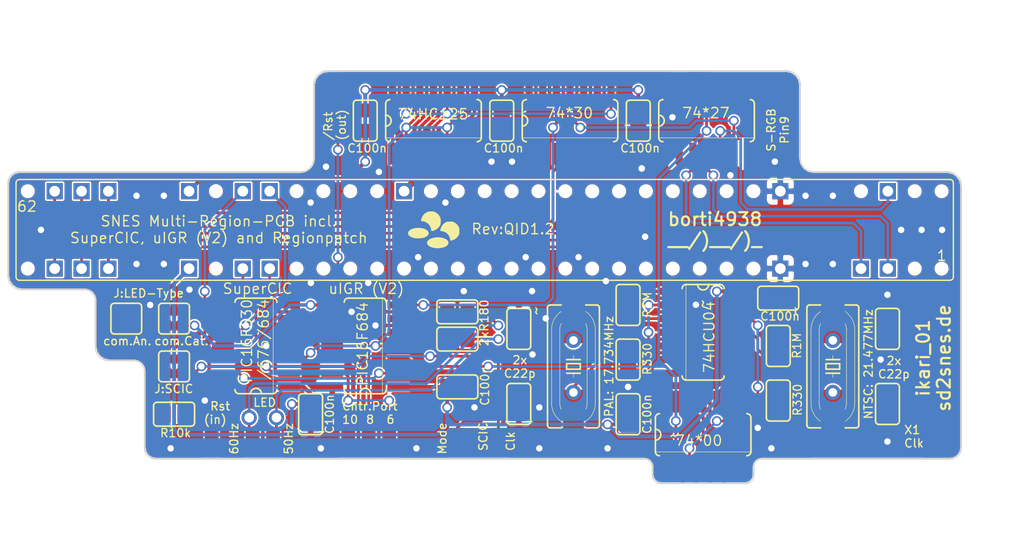
<source format=kicad_pcb>
(kicad_pcb (version 4) (host pcbnew 4.0.7)
  (title_block (title SNES-1Chip_MR_QID) (date 2018-01-24) (company gaggi))
  (layers (0 Top signal) (31 Bottom signal) (34 B.Paste user) (35 F.Paste user) (36 B.SilkS user) (37 F.SilkS user) (38 B.Mask user) (39 F.Mask user hide) (44 Edge.Cuts user))
  (net 0 "")
  (net 1 GND)
  (net 2 VCC)
  (net 3 N$30)
  (net 4 N$14)
  (net 5 N$1)
  (net 6 N$3)
  (net 7 /N$35)
  (net 8 /N$26)
  (net 9 /N$32)
  (net 10 /N$31)
  (net 11 /N$36)
  (net 12 /N$41)
  (net 13 /N$2)
  (net 14 /VCC_2)
  (net 15 /UIGR)
  (net 16 /N$42)
  (net 17 /N$27)
  (net 18 /N$37)
  (net 19 /N$28)
  (net 20 /N$29)
  (net 21 /N$50)
  (net 22 /N$38)
  (net 23 /N$44)
  (net 24 /N$39)
  (net 25 /N$33)
  (net 26 /N$34)
  (net 27 /N$46)
  (net 28 /N$6)
  (net 29 /N$7)
  (net 30 /N$16)
  (net 31 /N$8)
  (net 32 /N$20)
  (net 33 /N$5)
  (net 34 /N$4)
  (net 35 /N$17)
  (net 36 /N$22)
  (net 37 /N$21)
  (net 38 /N$9)
  (net 39 /N$11)
  (net 40 /N$15)
  (net 41 /N$10)
  (net 42 /N$12)
  (net 43 /N$13)
  (net 44 /N$18)
  (net 45 /N$19)
  (net 46 /N$52)
  (net 47 /N$48)
  (net 48 /N$49)
  (net 49 /N$53)
  (net 50 /N$51)
  (module Wire_Pads:SolderWirePad_single_0-8mmDrill (layer Top) (at 151.765 95.678625)
    (fp_text reference REF** hide)
    (fp_text value SolderWirePad_single_0-8mmDrill hide)
    (pad 1 thru_hole circle (at 0 0) (size 0.9 0.9) (drill 0.6) (layers *.Cu) (net 1 GND))
  )
  (module Wire_Pads:SolderWirePad_single_0-8mmDrill (layer Top) (at 161.925 93.773625)
    (fp_text reference REF** hide)
    (fp_text value SolderWirePad_single_0-8mmDrill hide)
    (pad 1 thru_hole circle (at 0 0) (size 0.9 0.9) (drill 0.6) (layers *.Cu) (net 1 GND))
  )
  (module Wire_Pads:SolderWirePad_single_0-8mmDrill (layer Top) (at 161.2519 89.8144)
    (fp_text reference REF** hide)
    (fp_text value SolderWirePad_single_0-8mmDrill hide)
    (pad 1 thru_hole circle (at 0 0) (size 0.9 0.9) (drill 0.6) (layers *.Cu) (net 1 GND))
  )
  (module Wire_Pads:SolderWirePad_single_0-8mmDrill (layer Top) (at 159.7025 92.503625)
    (fp_text reference REF** hide)
    (fp_text value SolderWirePad_single_0-8mmDrill hide)
    (pad 1 thru_hole circle (at 0 0) (size 0.9 0.9) (drill 0.6) (layers *.Cu) (net 1 GND))
  )
  (module Wire_Pads:SolderWirePad_single_0-8mmDrill (layer Top) (at 155.9179 89.8144)
    (fp_text reference REF** hide)
    (fp_text value SolderWirePad_single_0-8mmDrill hide)
    (pad 1 thru_hole circle (at 0 0) (size 0.9 0.9) (drill 0.6) (layers *.Cu) (net 1 GND))
  )
  (module Wire_Pads:SolderWirePad_single_0-8mmDrill (layer Top) (at 144.62125 90.439875)
    (fp_text reference REF** hide)
    (fp_text value SolderWirePad_single_0-8mmDrill hide)
    (pad 1 thru_hole circle (at 0 0) (size 0.9 0.9) (drill 0.6) (layers *.Cu) (net 1 GND))
  )
  (module Wire_Pads:SolderWirePad_single_0-8mmDrill (layer Top) (at 140.97 91.868625)
    (fp_text reference REF** hide)
    (fp_text value SolderWirePad_single_0-8mmDrill hide)
    (pad 1 thru_hole circle (at 0 0) (size 0.9 0.9) (drill 0.6) (layers *.Cu) (net 1 GND))
  )
  (module Wire_Pads:SolderWirePad_single_0-8mmDrill (layer Top) (at 146.05 100.758625)
    (fp_text reference REF** hide)
    (fp_text value SolderWirePad_single_0-8mmDrill hide)
    (pad 1 thru_hole circle (at 0 0) (size 0.9 0.9) (drill 0.6) (layers *.Cu) (net 1 GND))
  )
  (module Wire_Pads:SolderWirePad_single_0-8mmDrill (layer Top) (at 142.875 105.203625)
    (fp_text reference REF** hide)
    (fp_text value SolderWirePad_single_0-8mmDrill hide)
    (pad 1 thru_hole circle (at 0 0) (size 0.9 0.9) (drill 0.6) (layers *.Cu) (net 1 GND))
  )
  (module Wire_Pads:SolderWirePad_single_0-8mmDrill (layer Top) (at 156.845 105.203625)
    (fp_text reference REF** hide)
    (fp_text value SolderWirePad_single_0-8mmDrill hide)
    (pad 1 thru_hole circle (at 0 0) (size 0.9 0.9) (drill 0.6) (layers *.Cu) (net 1 GND))
  )
  (module Wire_Pads:SolderWirePad_single_0-8mmDrill (layer Top) (at 165.735 105.203625)
    (fp_text reference REF** hide)
    (fp_text value SolderWirePad_single_0-8mmDrill hide)
    (pad 1 thru_hole circle (at 0 0) (size 0.9 0.9) (drill 0.6) (layers *.Cu) (net 1 GND))
  )
  (module Wire_Pads:SolderWirePad_single_0-8mmDrill (layer Top) (at 171.1325 101.393625)
    (fp_text reference REF** hide)
    (fp_text value SolderWirePad_single_0-8mmDrill hide)
    (pad 1 thru_hole circle (at 0 0) (size 0.9 0.9) (drill 0.6) (layers *.Cu) (net 1 GND))
  )
  (module Wire_Pads:SolderWirePad_single_0-8mmDrill (layer Top) (at 177.165 101.393625)
    (fp_text reference REF** hide)
    (fp_text value SolderWirePad_single_0-8mmDrill hide)
    (pad 1 thru_hole circle (at 0 0) (size 0.9 0.9) (drill 0.6) (layers *.Cu) (net 1 GND))
  )
  (module Wire_Pads:SolderWirePad_single_0-8mmDrill (layer Top) (at 177.165 105.203625)
    (fp_text reference REF** hide)
    (fp_text value SolderWirePad_single_0-8mmDrill hide)
    (pad 1 thru_hole circle (at 0 0) (size 0.9 0.9) (drill 0.6) (layers *.Cu) (net 1 GND))
  )
  (module Wire_Pads:SolderWirePad_single_0-8mmDrill (layer Top) (at 183.515 105.203625)
    (fp_text reference REF** hide)
    (fp_text value SolderWirePad_single_0-8mmDrill hide)
    (pad 1 thru_hole circle (at 0 0) (size 0.9 0.9) (drill 0.6) (layers *.Cu) (net 1 GND))
  )
  (module Wire_Pads:SolderWirePad_single_0-8mmDrill (layer Top) (at 185.42 99.488625)
    (fp_text reference REF** hide)
    (fp_text value SolderWirePad_single_0-8mmDrill hide)
    (pad 1 thru_hole circle (at 0 0) (size 0.9 0.9) (drill 0.6) (layers *.Cu) (net 1 GND))
  )
  (module Wire_Pads:SolderWirePad_single_0-8mmDrill (layer Top) (at 177.7619 93.1164)
    (fp_text reference REF** hide)
    (fp_text value SolderWirePad_single_0-8mmDrill hide)
    (pad 1 thru_hole circle (at 0 0) (size 0.9 0.9) (drill 0.6) (layers *.Cu) (net 1 GND))
  )
  (module Wire_Pads:SolderWirePad_single_0-8mmDrill (layer Top) (at 176.53 96.472375)
    (fp_text reference REF** hide)
    (fp_text value SolderWirePad_single_0-8mmDrill hide)
    (pad 1 thru_hole circle (at 0 0) (size 0.9 0.9) (drill 0.6) (layers *.Cu) (net 1 GND))
  )
  (module Wire_Pads:SolderWirePad_single_0-8mmDrill (layer Top) (at 165.89375 87.423625)
    (fp_text reference REF** hide)
    (fp_text value SolderWirePad_single_0-8mmDrill hide)
    (pad 1 thru_hole circle (at 0 0) (size 0.9 0.9) (drill 0.6) (layers *.Cu) (net 1 GND))
  )
  (module Wire_Pads:SolderWirePad_single_0-8mmDrill (layer Top) (at 170.1419 90.5764)
    (fp_text reference REF** hide)
    (fp_text value SolderWirePad_single_0-8mmDrill hide)
    (pad 1 thru_hole circle (at 0 0) (size 0.9 0.9) (drill 0.6) (layers *.Cu) (net 1 GND))
  )
  (module Wire_Pads:SolderWirePad_single_0-8mmDrill (layer Top) (at 176.4919 90.5764)
    (fp_text reference REF** hide)
    (fp_text value SolderWirePad_single_0-8mmDrill hide)
    (pad 1 thru_hole circle (at 0 0) (size 0.9 0.9) (drill 0.6) (layers *.Cu) (net 1 GND))
  )
  (module Wire_Pads:SolderWirePad_single_0-8mmDrill (layer Top) (at 175.895 87.423625)
    (fp_text reference REF** hide)
    (fp_text value SolderWirePad_single_0-8mmDrill hide)
    (pad 1 thru_hole circle (at 0 0) (size 0.9 0.9) (drill 0.6) (layers *.Cu) (net 1 GND))
  )
  (module Wire_Pads:SolderWirePad_single_0-8mmDrill (layer Top) (at 180.81625 87.423625)
    (fp_text reference REF** hide)
    (fp_text value SolderWirePad_single_0-8mmDrill hide)
    (pad 1 thru_hole circle (at 0 0) (size 0.9 0.9) (drill 0.6) (layers *.Cu) (net 1 GND))
  )
  (module Wire_Pads:SolderWirePad_single_0-8mmDrill (layer Top) (at 183.35625 89.646125)
    (fp_text reference REF** hide)
    (fp_text value SolderWirePad_single_0-8mmDrill hide)
    (pad 1 thru_hole circle (at 0 0) (size 0.9 0.9) (drill 0.6) (layers *.Cu) (net 1 GND))
  )
  (module Wire_Pads:SolderWirePad_single_0-8mmDrill (layer Top) (at 187.0075 85.518625)
    (fp_text reference REF** hide)
    (fp_text value SolderWirePad_single_0-8mmDrill hide)
    (pad 1 thru_hole circle (at 0 0) (size 0.9 0.9) (drill 0.6) (layers *.Cu) (net 1 GND))
  )
  (module Wire_Pads:SolderWirePad_single_0-8mmDrill (layer Top) (at 191.7319 91.8464)
    (fp_text reference REF** hide)
    (fp_text value SolderWirePad_single_0-8mmDrill hide)
    (pad 1 thru_hole circle (at 0 0) (size 0.9 0.9) (drill 0.6) (layers *.Cu) (net 1 GND))
  )
  (module Wire_Pads:SolderWirePad_single_0-8mmDrill (layer Top) (at 197.485 103.298625)
    (fp_text reference REF** hide)
    (fp_text value SolderWirePad_single_0-8mmDrill hide)
    (pad 1 thru_hole circle (at 0 0) (size 0.9 0.9) (drill 0.6) (layers *.Cu) (net 1 GND))
  )
  (module Wire_Pads:SolderWirePad_single_0-8mmDrill (layer Top) (at 198.755 105.203625)
    (fp_text reference REF** hide)
    (fp_text value SolderWirePad_single_0-8mmDrill hide)
    (pad 1 thru_hole circle (at 0 0) (size 0.9 0.9) (drill 0.6) (layers *.Cu) (net 1 GND))
  )
  (module Wire_Pads:SolderWirePad_single_0-8mmDrill (layer Top) (at 209.55 104.568625)
    (fp_text reference REF** hide)
    (fp_text value SolderWirePad_single_0-8mmDrill hide)
    (pad 1 thru_hole circle (at 0 0) (size 0.9 0.9) (drill 0.6) (layers *.Cu) (net 1 GND))
  )
  (module Wire_Pads:SolderWirePad_single_0-8mmDrill (layer Top) (at 208.915 96.948625)
    (fp_text reference REF** hide)
    (fp_text value SolderWirePad_single_0-8mmDrill hide)
    (pad 1 thru_hole circle (at 0 0) (size 0.9 0.9) (drill 0.6) (layers *.Cu) (net 1 GND))
  )
  (module Wire_Pads:SolderWirePad_single_0-8mmDrill (layer Top) (at 209.55 90.916125)
    (fp_text reference REF** hide)
    (fp_text value SolderWirePad_single_0-8mmDrill hide)
    (pad 1 thru_hole circle (at 0 0) (size 0.9 0.9) (drill 0.6) (layers *.Cu) (net 1 GND))
  )
  (module Wire_Pads:SolderWirePad_single_0-8mmDrill (layer Top) (at 201.93 88.058625)
    (fp_text reference REF** hide)
    (fp_text value SolderWirePad_single_0-8mmDrill hide)
    (pad 1 thru_hole circle (at 0 0) (size 0.9 0.9) (drill 0.6) (layers *.Cu) (net 1 GND))
  )
  (module Wire_Pads:SolderWirePad_single_0-8mmDrill (layer Top) (at 204.47 88.058625)
    (fp_text reference REF** hide)
    (fp_text value SolderWirePad_single_0-8mmDrill hide)
    (pad 1 thru_hole circle (at 0 0) (size 0.9 0.9) (drill 0.6) (layers *.Cu) (net 1 GND))
  )
  (module Wire_Pads:SolderWirePad_single_0-8mmDrill (layer Top) (at 214.63 84.883625)
    (fp_text reference REF** hide)
    (fp_text value SolderWirePad_single_0-8mmDrill hide)
    (pad 1 thru_hole circle (at 0 0) (size 0.9 0.9) (drill 0.6) (layers *.Cu) (net 1 GND))
  )
  (module Wire_Pads:SolderWirePad_single_0-8mmDrill (layer Top) (at 212.725 84.883625)
    (fp_text reference REF** hide)
    (fp_text value SolderWirePad_single_0-8mmDrill hide)
    (pad 1 thru_hole circle (at 0 0) (size 0.9 0.9) (drill 0.6) (layers *.Cu) (net 1 GND))
  )
  (module Wire_Pads:SolderWirePad_single_0-8mmDrill (layer Top) (at 210.82 84.883625)
    (fp_text reference REF** hide)
    (fp_text value SolderWirePad_single_0-8mmDrill hide)
    (pad 1 thru_hole circle (at 0 0) (size 0.9 0.9) (drill 0.6) (layers *.Cu) (net 1 GND))
  )
  (module Wire_Pads:SolderWirePad_single_0-8mmDrill (layer Top) (at 204.47 81.708625)
    (fp_text reference REF** hide)
    (fp_text value SolderWirePad_single_0-8mmDrill hide)
    (pad 1 thru_hole circle (at 0 0) (size 0.9 0.9) (drill 0.6) (layers *.Cu) (net 1 GND))
  )
  (module Wire_Pads:SolderWirePad_single_0-8mmDrill (layer Top) (at 201.93 81.708625)
    (fp_text reference REF** hide)
    (fp_text value SolderWirePad_single_0-8mmDrill hide)
    (pad 1 thru_hole circle (at 0 0) (size 0.9 0.9) (drill 0.6) (layers *.Cu) (net 1 GND))
  )
  (module Wire_Pads:SolderWirePad_single_0-8mmDrill (layer Top) (at 194.945 79.803625)
    (fp_text reference REF** hide)
    (fp_text value SolderWirePad_single_0-8mmDrill hide)
    (pad 1 thru_hole circle (at 0 0) (size 0.9 0.9) (drill 0.6) (layers *.Cu) (net 1 GND))
  )
  (module Wire_Pads:SolderWirePad_single_0-8mmDrill (layer Top) (at 199.0725 78.533625)
    (fp_text reference REF** hide)
    (fp_text value SolderWirePad_single_0-8mmDrill hide)
    (pad 1 thru_hole circle (at 0 0) (size 0.9 0.9) (drill 0.6) (layers *.Cu) (net 1 GND))
  )
  (module Wire_Pads:SolderWirePad_single_0-8mmDrill (layer Top) (at 189.5475 74.406125)
    (fp_text reference REF** hide)
    (fp_text value SolderWirePad_single_0-8mmDrill hide)
    (pad 1 thru_hole circle (at 0 0) (size 0.9 0.9) (drill 0.6) (layers *.Cu) (net 1 GND))
  )
  (module Wire_Pads:SolderWirePad_single_0-8mmDrill (layer Top) (at 186.69 79.168625)
    (fp_text reference REF** hide)
    (fp_text value SolderWirePad_single_0-8mmDrill hide)
    (pad 1 thru_hole circle (at 0 0) (size 0.9 0.9) (drill 0.6) (layers *.Cu) (net 1 GND))
  )
  (module Wire_Pads:SolderWirePad_single_0-8mmDrill (layer Top) (at 174.625 78.533625)
    (fp_text reference REF** hide)
    (fp_text value SolderWirePad_single_0-8mmDrill hide)
    (pad 1 thru_hole circle (at 0 0) (size 0.9 0.9) (drill 0.6) (layers *.Cu) (net 1 GND))
  )
  (module Wire_Pads:SolderWirePad_single_0-8mmDrill (layer Top) (at 172.72 78.533625)
    (fp_text reference REF** hide)
    (fp_text value SolderWirePad_single_0-8mmDrill hide)
    (pad 1 thru_hole circle (at 0 0) (size 0.9 0.9) (drill 0.6) (layers *.Cu) (net 1 GND))
  )
  (module Wire_Pads:SolderWirePad_single_0-8mmDrill (layer Top) (at 168.43375 82.343625)
    (fp_text reference REF** hide)
    (fp_text value SolderWirePad_single_0-8mmDrill hide)
    (pad 1 thru_hole circle (at 0 0) (size 0.9 0.9) (drill 0.6) (layers *.Cu) (net 1 GND))
  )
  (module Wire_Pads:SolderWirePad_single_0-8mmDrill (layer Top) (at 162.2425 79.486125)
    (fp_text reference REF** hide)
    (fp_text value SolderWirePad_single_0-8mmDrill hide)
    (pad 1 thru_hole circle (at 0 0) (size 0.9 0.9) (drill 0.6) (layers *.Cu) (net 1 GND))
  )
  (module Wire_Pads:SolderWirePad_single_0-8mmDrill (layer Top) (at 157.32125 79.009875)
    (fp_text reference REF** hide)
    (fp_text value SolderWirePad_single_0-8mmDrill hide)
    (pad 1 thru_hole circle (at 0 0) (size 0.9 0.9) (drill 0.6) (layers *.Cu) (net 1 GND))
  )
  (module Wire_Pads:SolderWirePad_single_0-8mmDrill (layer Top) (at 142.24 88.058625)
    (fp_text reference REF** hide)
    (fp_text value SolderWirePad_single_0-8mmDrill hide)
    (pad 1 thru_hole circle (at 0 0) (size 0.9 0.9) (drill 0.6) (layers *.Cu) (net 1 GND))
  )
  (module Wire_Pads:SolderWirePad_single_0-8mmDrill (layer Top) (at 139.7 88.058625)
    (fp_text reference REF** hide)
    (fp_text value SolderWirePad_single_0-8mmDrill hide)
    (pad 1 thru_hole circle (at 0 0) (size 0.9 0.9) (drill 0.6) (layers *.Cu) (net 1 GND))
  )
  (module Wire_Pads:SolderWirePad_single_0-8mmDrill (layer Top) (at 142.24 81.708625)
    (fp_text reference REF** hide)
    (fp_text value SolderWirePad_single_0-8mmDrill hide)
    (pad 1 thru_hole circle (at 0 0) (size 0.9 0.9) (drill 0.6) (layers *.Cu) (net 1 GND))
  )
  (module Wire_Pads:SolderWirePad_single_0-8mmDrill (layer Top) (at 139.7 81.708625)
    (fp_text reference REF** hide)
    (fp_text value SolderWirePad_single_0-8mmDrill hide)
    (pad 1 thru_hole circle (at 0 0) (size 0.9 0.9) (drill 0.6) (layers *.Cu) (net 1 GND))
  )
  (module Wire_Pads:SolderWirePad_single_0-8mmDrill (layer Top) (at 130.81 84.883625)
    (fp_text reference REF** hide)
    (fp_text value SolderWirePad_single_0-8mmDrill hide)
    (pad 1 thru_hole circle (at 0 0) (size 0.9 0.9) (drill 0.6) (layers *.Cu) (net 1 GND))
  )
  (module SO14 (layer Top) (at 167.3225 74.723625)
    (fp_text reference "74HC(T)125" hide)
    (fp_text value 74HC125D hide)
    (pad 1 smd rect (at -3.81 3.0734) (size 0.6604 2.032) (layers Top F.Paste F.Mask) (net 13 /N$2))
    (pad 14 smd rect (at -3.81 -3.0734) (size 0.6604 2.032) (layers Top F.Paste F.Mask) (net 14 /VCC_2))
    (pad 2 smd rect (at -2.54 3.0734) (size 0.6604 2.032) (layers Top F.Paste F.Mask) (net 15 /UIGR))
    (pad 3 smd rect (at -1.27 3.0734) (size 0.6604 2.032) (layers Top F.Paste F.Mask) (net 16 /N$42))
    (pad 13 smd rect (at -2.54 -3.0734) (size 0.6604 2.032) (layers Top F.Paste F.Mask) (net 13 /N$2))
    (pad 12 smd rect (at -1.27 -3.0734) (size 0.6604 2.032) (layers Top F.Paste F.Mask) (net 15 /UIGR))
    (pad 4 smd rect (at 0 3.0734) (size 0.6604 2.032) (layers Top F.Paste F.Mask) (net 13 /N$2))
    (pad 11 smd rect (at 0 -3.0734) (size 0.6604 2.032) (layers Top F.Paste F.Mask) (net 16 /N$42))
    (pad 5 smd rect (at 1.27 3.0734) (size 0.6604 2.032) (layers Top F.Paste F.Mask) (net 15 /UIGR))
    (pad 6 smd rect (at 2.54 3.0734) (size 0.6604 2.032) (layers Top F.Paste F.Mask) (net 16 /N$42))
    (pad 10 smd rect (at 1.27 -3.0734) (size 0.6604 2.032) (layers Top F.Paste F.Mask) (net 13 /N$2))
    (pad 9 smd rect (at 2.54 -3.0734) (size 0.6604 2.032) (layers Top F.Paste F.Mask) (net 15 /UIGR))
    (pad 7 smd rect (at 3.81 3.0734) (size 0.6604 2.032) (layers Top F.Paste F.Mask) (net 1 GND))
    (pad 8 smd rect (at 3.81 -3.0734) (size 0.6604 2.032) (layers Top F.Paste F.Mask) (net 16 /N$42))
  )
  (module SO14 (layer Top) (at 192.405 94.408625 270)
    (fp_text reference 74HCU04 hide)
    (fp_text value ~ (at -3.175 0.762 450) (layer F.SilkS) (effects (font (size 1.2065 1.2065) (thickness 0.12065)) (justify right top)))
    (pad 1 smd rect (at -3.81 3.0734 270) (size 0.6604 2.032) (layers Top F.Paste F.Mask) (net 17 /N$27))
    (pad 14 smd rect (at -3.81 -3.0734 270) (size 0.6604 2.032) (layers Top F.Paste F.Mask) (net 2 VCC))
    (pad 2 smd rect (at -2.54 3.0734 270) (size 0.6604 2.032) (layers Top F.Paste F.Mask) (net 18 /N$37))
    (pad 3 smd rect (at -1.27 3.0734 270) (size 0.6604 2.032) (layers Top F.Paste F.Mask) (net 19 /N$28))
    (pad 13 smd rect (at -2.54 -3.0734 270) (size 0.6604 2.032) (layers Top F.Paste F.Mask) (net 20 /N$29))
    (pad 12 smd rect (at -1.27 -3.0734 270) (size 0.6604 2.032) (layers Top F.Paste F.Mask) (net 21 /N$50))
    (pad 4 smd rect (at 0 3.0734 270) (size 0.6604 2.032) (layers Top F.Paste F.Mask) (net 22 /N$38))
    (pad 11 smd rect (at 0 -3.0734 270) (size 0.6604 2.032) (layers Top F.Paste F.Mask) (net 3 N$30))
    (pad 5 smd rect (at 1.27 3.0734 270) (size 0.6604 2.032) (layers Top F.Paste F.Mask) (net 22 /N$38))
    (pad 6 smd rect (at 2.54 3.0734 270) (size 0.6604 2.032) (layers Top F.Paste F.Mask) (net 8 /N$26))
    (pad 10 smd rect (at 1.27 -3.0734 270) (size 0.6604 2.032) (layers Top F.Paste F.Mask) (net 23 /N$44))
    (pad 9 smd rect (at 2.54 -3.0734 270) (size 0.6604 2.032) (layers Top F.Paste F.Mask) (net 23 /N$44))
    (pad 7 smd rect (at 3.81 3.0734 270) (size 0.6604 2.032) (layers Top F.Paste F.Mask) (net 1 GND))
    (pad 8 smd rect (at 3.81 -3.0734 270) (size 0.6604 2.032) (layers Top F.Paste F.Mask) (net 12 /N$41))
  )
  (module Z0805 (layer Top) (at 185.42 96.948625 90)
    (fp_text reference R4 hide)
    (fp_text value R330 (at -1.501775 2.2479 90) (layer F.SilkS) (effects (font (size 0.77216 0.77216) (thickness 0.115824)) (justify left bottom)))
    (pad 1 smd rect (at -0.95 0 90) (size 1.3 1.5) (layers Top F.Paste F.Mask) (net 18 /N$37))
    (pad 2 smd rect (at 0.95 0 90) (size 1.3 1.5) (layers Top F.Paste F.Mask) (net 19 /N$28))
  )
  (module Z0805 (layer Top) (at 199.39 100.758625 90)
    (fp_text reference R5 hide)
    (fp_text value R330 (at -1.501775 2.2479 90) (layer F.SilkS) (effects (font (size 0.77216 0.77216) (thickness 0.115824)) (justify left bottom)))
    (pad 1 smd rect (at -0.95 0 90) (size 1.3 1.5) (layers Top F.Paste F.Mask) (net 21 /N$50))
    (pad 2 smd rect (at 0.95 0 90) (size 1.3 1.5) (layers Top F.Paste F.Mask) (net 3 N$30))
  )
  (module Z0805 (layer Top) (at 175.26 94.091125 90)
    (fp_text reference C8 hide)
    (fp_text value C22p hide)
    (pad 1 smd rect (at -0.95 0 90) (size 1.3 1.5) (layers Top F.Paste F.Mask) (net 17 /N$27))
    (pad 2 smd rect (at 0.95 0 90) (size 1.3 1.5) (layers Top F.Paste F.Mask) (net 1 GND))
  )
  (module Z0805 (layer Top) (at 175.26 101.076125 270)
    (fp_text reference C9 hide)
    (fp_text value C22p hide)
    (pad 1 smd rect (at -0.95 0 270) (size 1.3 1.5) (layers Top F.Paste F.Mask) (net 19 /N$28))
    (pad 2 smd rect (at 0.95 0 270) (size 1.3 1.5) (layers Top F.Paste F.Mask) (net 1 GND))
  )
  (module Z0805 (layer Top) (at 209.55 94.091125 90)
    (fp_text reference C10 hide)
    (fp_text value C22p hide)
    (pad 1 smd rect (at -0.95 0 90) (size 1.3 1.5) (layers Top F.Paste F.Mask) (net 20 /N$29))
    (pad 2 smd rect (at 0.95 0 90) (size 1.3 1.5) (layers Top F.Paste F.Mask) (net 1 GND))
  )
  (module Z0805 (layer Top) (at 209.55 101.076125 270)
    (fp_text reference C11 hide)
    (fp_text value C22p hide)
    (pad 1 smd rect (at -0.95 0 270) (size 1.3 1.5) (layers Top F.Paste F.Mask) (net 3 N$30))
    (pad 2 smd rect (at 0.95 0 270) (size 1.3 1.5) (layers Top F.Paste F.Mask) (net 1 GND))
  )
  (module Z0805 (layer Top) (at 185.42 91.868625 270)
    (fp_text reference R6 hide)
    (fp_text value R1M (at 1.247775 -2.2479 450) (layer F.SilkS) (effects (font (size 0.77216 0.77216) (thickness 0.115824)) (justify left bottom)))
    (pad 1 smd rect (at -0.95 0 270) (size 1.3 1.5) (layers Top F.Paste F.Mask) (net 17 /N$27))
    (pad 2 smd rect (at 0.95 0 270) (size 1.3 1.5) (layers Top F.Paste F.Mask) (net 19 /N$28))
  )
  (module Z0805 (layer Top) (at 199.39 95.678625 270)
    (fp_text reference R7 hide)
    (fp_text value R1M (at 1.247775 -2.1844 450) (layer F.SilkS) (effects (font (size 0.77216 0.77216) (thickness 0.115824)) (justify left bottom)))
    (pad 1 smd rect (at -0.95 0 270) (size 1.3 1.5) (layers Top F.Paste F.Mask) (net 20 /N$29))
    (pad 2 smd rect (at 0.95 0 270) (size 1.3 1.5) (layers Top F.Paste F.Mask) (net 3 N$30))
  )
  (module SO14 (layer Top) (at 192.405 103.933625)
    (fp_text reference 74*00 (at -2.7051 1.120775) (layer F.SilkS) (effects (font (size 0.9652 0.9652) (thickness 0.115824)) (justify left bottom)))
    (fp_text value ~ (at -3.175 0.762) (layer F.SilkS) (effects (font (size 1.2065 1.2065) (thickness 0.12065)) (justify left bottom)))
    (pad 1 smd rect (at -3.81 3.0734) (size 0.6604 2.032) (layers Top F.Paste F.Mask) (net 4 N$14))
    (pad 14 smd rect (at -3.81 -3.0734) (size 0.6604 2.032) (layers Top F.Paste F.Mask) (net 2 VCC))
    (pad 2 smd rect (at -2.54 3.0734) (size 0.6604 2.032) (layers Top F.Paste F.Mask) (net 4 N$14))
    (pad 3 smd rect (at -1.27 3.0734) (size 0.6604 2.032) (layers Top F.Paste F.Mask) (net 7 /N$35))
    (pad 13 smd rect (at -2.54 -3.0734) (size 0.6604 2.032) (layers Top F.Paste F.Mask) (net 4 N$14))
    (pad 12 smd rect (at -1.27 -3.0734) (size 0.6604 2.032) (layers Top F.Paste F.Mask) (net 8 /N$26))
    (pad 4 smd rect (at 0 3.0734) (size 0.6604 2.032) (layers Top F.Paste F.Mask) (net 9 /N$32))
    (pad 11 smd rect (at 0 -3.0734) (size 0.6604 2.032) (layers Top F.Paste F.Mask) (net 9 /N$32))
    (pad 5 smd rect (at 1.27 3.0734) (size 0.6604 2.032) (layers Top F.Paste F.Mask) (net 10 /N$31))
    (pad 6 smd rect (at 2.54 3.0734) (size 0.6604 2.032) (layers Top F.Paste F.Mask) (net 11 /N$36))
    (pad 10 smd rect (at 1.27 -3.0734) (size 0.6604 2.032) (layers Top F.Paste F.Mask) (net 12 /N$41))
    (pad 9 smd rect (at 2.54 -3.0734) (size 0.6604 2.032) (layers Top F.Paste F.Mask) (net 7 /N$35))
    (pad 7 smd rect (at 3.81 3.0734) (size 0.6604 2.032) (layers Top F.Paste F.Mask) (net 1 GND))
    (pad 8 smd rect (at 3.81 -3.0734) (size 0.6604 2.032) (layers Top F.Paste F.Mask) (net 10 /N$31))
  )
  (module Z0805 (layer Top) (at 143.1925 102.028625)
    (fp_text reference R1 hide)
    (fp_text value R10k (at -1.3716 2.200275) (layer F.SilkS) (effects (font (size 0.77216 0.77216) (thickness 0.115824)) (justify left bottom)))
    (pad 1 smd rect (at -0.95 0) (size 1.3 1.5) (layers Top F.Paste F.Mask) (net 1 GND))
    (pad 2 smd rect (at 0.95 0) (size 1.3 1.5) (layers Top F.Paste F.Mask) (net 41 /N$10))
  )
  (module Z0805 (layer Top) (at 169.545 95.043625)
    (fp_text reference R2 hide)
    (fp_text value R220 hide)
    (pad 1 smd rect (at -0.95 0) (size 1.3 1.5) (layers Top F.Paste F.Mask) (net 42 /N$12))
    (pad 2 smd rect (at 0.95 0) (size 1.3 1.5) (layers Top F.Paste F.Mask) (net 39 /N$11))
  )
  (module Z0805 (layer Top) (at 169.545 92.503625)
    (fp_text reference R3 hide)
    (fp_text value R220 hide)
    (pad 1 smd rect (at -0.95 0) (size 1.3 1.5) (layers Top F.Paste F.Mask) (net 43 /N$13))
    (pad 2 smd rect (at 0.95 0) (size 1.3 1.5) (layers Top F.Paste F.Mask) (net 40 /N$15))
  )
  (module Z0805 (layer Top) (at 169.545 99.488625)
    (fp_text reference C1 hide)
    (fp_text value C100n (at 3.0099 1.819275 90) (layer F.SilkS) (effects (font (size 0.77216 0.77216) (thickness 0.115824)) (justify left bottom)))
    (pad 1 smd rect (at -0.95 0) (size 1.3 1.5) (layers Top F.Paste F.Mask) (net 2 VCC))
    (pad 2 smd rect (at 0.95 0) (size 1.3 1.5) (layers Top F.Paste F.Mask) (net 1 GND))
  )
  (module PIC16F630 (layer Top) (at 150.8125 95.678625 90)
    (fp_text reference U$2 hide)
    (fp_text value PIC16F630_SIMPLE hide)
    (pad 1 smd rect (at -3.81 3.0734 90) (size 0.6604 2.032) (layers Top F.Paste F.Mask) (net 2 VCC))
    (pad 14 smd rect (at -3.81 -3.0734 90) (size 0.6604 2.032) (layers Top F.Paste F.Mask) (net 1 GND))
    (pad 2 smd rect (at -2.54 3.0734 90) (size 0.6604 2.032) (layers Top F.Paste F.Mask) (net 24 /N$39))
    (pad 3 smd rect (at -1.27 3.0734 90) (size 0.6604 2.032) (layers Top F.Paste F.Mask) (net 15 /UIGR))
    (pad 13 smd rect (at -2.54 -3.0734 90) (size 0.6604 2.032) (layers Top F.Paste F.Mask) (net 41 /N$10))
    (pad 12 smd rect (at -1.27 -3.0734 90) (size 0.6604 2.032) (layers Top F.Paste F.Mask))
    (pad 4 smd rect (at 0 3.0734 90) (size 0.6604 2.032) (layers Top F.Paste F.Mask) (net 1 GND))
    (pad 11 smd rect (at 0 -3.0734 90) (size 0.6604 2.032) (layers Top F.Paste F.Mask) (net 6 N$3))
    (pad 5 smd rect (at 1.27 3.0734 90) (size 0.6604 2.032) (layers Top F.Paste F.Mask) (net 45 /N$19))
    (pad 6 smd rect (at 2.54 3.0734 90) (size 0.6604 2.032) (layers Top F.Paste F.Mask) (net 46 /N$52))
    (pad 10 smd rect (at 1.27 -3.0734 90) (size 0.6604 2.032) (layers Top F.Paste F.Mask) (net 47 /N$48))
    (pad 9 smd rect (at 2.54 -3.0734 90) (size 0.6604 2.032) (layers Top F.Paste F.Mask) (net 48 /N$49))
    (pad 7 smd rect (at 3.81 3.0734 90) (size 0.6604 2.032) (layers Top F.Paste F.Mask) (net 49 /N$53))
    (pad 8 smd rect (at 3.81 -3.0734 90) (size 0.6604 2.032) (layers Top F.Paste F.Mask) (net 50 /N$51))
  )
  (module PIC16F630 (layer Top) (at 160.9725 95.678625 90)
    (fp_text reference U$3 hide)
    (fp_text value PIC16F630_SIMPLE hide)
    (pad 1 smd rect (at -3.81 3.0734 90) (size 0.6604 2.032) (layers Top F.Paste F.Mask) (net 2 VCC))
    (pad 14 smd rect (at -3.81 -3.0734 90) (size 0.6604 2.032) (layers Top F.Paste F.Mask) (net 1 GND))
    (pad 2 smd rect (at -2.54 3.0734 90) (size 0.6604 2.032) (layers Top F.Paste F.Mask) (net 41 /N$10))
    (pad 3 smd rect (at -1.27 3.0734 90) (size 0.6604 2.032) (layers Top F.Paste F.Mask) (net 4 N$14))
    (pad 13 smd rect (at -2.54 -3.0734 90) (size 0.6604 2.032) (layers Top F.Paste F.Mask) (net 27 /N$46))
    (pad 12 smd rect (at -1.27 -3.0734 90) (size 0.6604 2.032) (layers Top F.Paste F.Mask) (net 26 /N$34))
    (pad 4 smd rect (at 0 3.0734 90) (size 0.6604 2.032) (layers Top F.Paste F.Mask) (net 15 /UIGR))
    (pad 11 smd rect (at 0 -3.0734 90) (size 0.6604 2.032) (layers Top F.Paste F.Mask) (net 25 /N$33))
    (pad 5 smd rect (at 1.27 3.0734 90) (size 0.6604 2.032) (layers Top F.Paste F.Mask) (net 42 /N$12))
    (pad 6 smd rect (at 2.54 3.0734 90) (size 0.6604 2.032) (layers Top F.Paste F.Mask) (net 43 /N$13))
    (pad 10 smd rect (at 1.27 -3.0734 90) (size 0.6604 2.032) (layers Top F.Paste F.Mask) (net 45 /N$19))
    (pad 9 smd rect (at 2.54 -3.0734 90) (size 0.6604 2.032) (layers Top F.Paste F.Mask) (net 46 /N$52))
    (pad 7 smd rect (at 3.81 3.0734 90) (size 0.6604 2.032) (layers Top F.Paste F.Mask) (net 35 /N$17))
    (pad 8 smd rect (at 3.81 -3.0734 90) (size 0.6604 2.032) (layers Top F.Paste F.Mask) (net 49 /N$53))
  )
  (module HC49UP (layer Top) (at 180.34 97.583625 270)
    (fp_text reference PAL_17.734MHZ1 hide)
    (fp_text value ~ (at -5.715 4.191 450) (layer F.SilkS) (effects (font (size 1.2065 1.2065) (thickness 0.12065)) (justify right top)))
    (pad 1 smd rect (at -4.826 0 270) (size 5.334 1.9304) (layers Top F.Paste F.Mask) (net 17 /N$27))
    (pad 2 smd rect (at 4.826 0 270) (size 5.334 1.9304) (layers Top F.Paste F.Mask) (net 19 /N$28))
  )
  (module HC49UP (layer Top) (at 204.47 97.583625 270)
    (fp_text reference NTSC_21.477MHZ1 hide)
    (fp_text value ~ (at -5.715 4.191 450) (layer F.SilkS) (effects (font (size 1.2065 1.2065) (thickness 0.12065)) (justify right top)))
    (pad 1 smd rect (at -4.826 0 270) (size 5.334 1.9304) (layers Top F.Paste F.Mask) (net 20 /N$29))
    (pad 2 smd rect (at 4.826 0 270) (size 5.334 1.9304) (layers Top F.Paste F.Mask) (net 3 N$30))
  )
  (module Z0805 (layer Top) (at 155.8925 102.028625 270)
    (fp_text reference C2 hide)
    (fp_text value C100n hide)
    (pad 1 smd rect (at -0.95 0 270) (size 1.3 1.5) (layers Top F.Paste F.Mask) (net 2 VCC))
    (pad 2 smd rect (at 0.95 0 270) (size 1.3 1.5) (layers Top F.Paste F.Mask) (net 1 GND))
  )
  (module Z0805 (layer Top) (at 185.42 102.028625 90)
    (fp_text reference C3 hide)
    (fp_text value C100n hide)
    (pad 1 smd rect (at -0.95 0 90) (size 1.3 1.5) (layers Top F.Paste F.Mask) (net 2 VCC))
    (pad 2 smd rect (at 0.95 0 90) (size 1.3 1.5) (layers Top F.Paste F.Mask) (net 1 GND))
  )
  (module Z0805 (layer Top) (at 199.39 91.233625)
    (fp_text reference C4 hide)
    (fp_text value C100n hide)
    (pad 1 smd rect (at -0.95 0) (size 1.3 1.5) (layers Top F.Paste F.Mask) (net 2 VCC))
    (pad 2 smd rect (at 0.95 0) (size 1.3 1.5) (layers Top F.Paste F.Mask) (net 1 GND))
  )
  (module Z0805 (layer Top) (at 160.9725 74.723625 270)
    (fp_text reference C5 hide)
    (fp_text value C100n hide)
    (pad 1 smd rect (at -0.95 0 270) (size 1.3 1.5) (layers Top F.Paste F.Mask) (net 14 /VCC_2))
    (pad 2 smd rect (at 0.95 0 270) (size 1.3 1.5) (layers Top F.Paste F.Mask) (net 1 GND))
  )
  (module Z0805 (layer Top) (at 173.6725 74.723625 270)
    (fp_text reference C6 hide)
    (fp_text value C100n hide)
    (pad 1 smd rect (at -0.95 0 270) (size 1.3 1.5) (layers Top F.Paste F.Mask) (net 14 /VCC_2))
    (pad 2 smd rect (at 0.95 0 270) (size 1.3 1.5) (layers Top F.Paste F.Mask) (net 1 GND))
  )
  (module Z0805 (layer Top) (at 186.3725 74.723625 270)
    (fp_text reference C7 hide)
    (fp_text value C100n hide)
    (pad 1 smd rect (at -0.95 0 270) (size 1.3 1.5) (layers Top F.Paste F.Mask) (net 14 /VCC_2))
    (pad 2 smd rect (at 0.95 0 270) (size 1.3 1.5) (layers Top F.Paste F.Mask) (net 1 GND))
  )
  (module SMD1,27-2,54 (layer Top) (at 214.5919 104.409875 270)
    (fp_text reference X1 hide)
    (fp_text value ~ (at 0 0 450) (layer F.SilkS) (effects (font (size 0.02413 0.02413) (thickness 0.00193)) (justify right top)))
    (pad 1 smd rect (at 0 0 270) (size 1.27 2.54) (layers Top F.Paste F.Mask) (net 11 /N$36))
  )
  (module SMD1,27-2,54 (layer Top) (at 199.39 71.866125)
    (fp_text reference SRGB9 hide)
    (fp_text value ~ (at 0 0) (layer F.SilkS) (effects (font (size 0.02413 0.02413) (thickness 0.00193)) (justify left bottom)))
    (pad 1 smd rect (at 0 0) (size 1.27 2.54) (layers Top F.Paste F.Mask) (net 5 N$1))
  )
  (module SMD1,27-2,54 (layer Top) (at 152.4 104.568625)
    (fp_text reference L50 hide)
    (fp_text value ~ (at 0 0) (layer F.SilkS) (effects (font (size 0.02413 0.02413) (thickness 0.00193)) (justify left bottom)))
    (pad 1 smd rect (at 0 0) (size 1.27 2.54) (layers Top F.Paste F.Mask) (net 39 /N$11))
  )
  (module SMD1,27-2,54 (layer Top) (at 150.495 104.568625)
    (fp_text reference L60 hide)
    (fp_text value ~ (at 0 0) (layer F.SilkS) (effects (font (size 0.02413 0.02413) (thickness 0.00193)) (justify left bottom)))
    (pad 1 smd rect (at 0 0) (size 1.27 2.54) (layers Top F.Paste F.Mask) (net 40 /N$15))
  )
  (module SMD1,27-2,54 (layer Top) (at 146.685 104.568625)
    (fp_text reference RES-IN1 hide)
    (fp_text value ~ (at 0 0) (layer F.SilkS) (effects (font (size 0.02413 0.02413) (thickness 0.00193)) (justify left bottom)))
    (pad 1 smd rect (at 0 0) (size 1.27 2.54) (layers Top F.Paste F.Mask) (net 41 /N$10))
  )
  (module SMD1,27-2,54 (layer Top) (at 158.115 71.866125 180)
    (fp_text reference RES-OUT1 hide)
    (fp_text value ~ (at 0 0 360) (layer F.SilkS) (effects (font (size 0.02413 0.02413) (thickness 0.00193)) (justify right top)))
    (pad 1 smd rect (at 0 0 180) (size 1.27 2.54) (layers Top F.Paste F.Mask) (net 6 N$3))
  )
  (module SMD1,27-2,54 (layer Top) (at 163.195 104.568625)
    (fp_text reference CTRL4 hide)
    (fp_text value ~ (at 0 0) (layer F.SilkS) (effects (font (size 0.02413 0.02413) (thickness 0.00193)) (justify left bottom)))
    (pad 1 smd rect (at 0 0) (size 1.27 2.54) (layers Top F.Paste F.Mask) (net 27 /N$46))
  )
  (module SMD1,27-2,54 (layer Top) (at 159.385 104.568625)
    (fp_text reference CTRL3 hide)
    (fp_text value ~ (at 0 0) (layer F.SilkS) (effects (font (size 0.02413 0.02413) (thickness 0.00193)) (justify left bottom)))
    (pad 1 smd rect (at 0 0) (size 1.27 2.54) (layers Top F.Paste F.Mask) (net 26 /N$34))
  )
  (module SMD1,27-2,54 (layer Top) (at 161.29 104.568625)
    (fp_text reference CTRL2 hide)
    (fp_text value ~ (at 0 0) (layer F.SilkS) (effects (font (size 0.02413 0.02413) (thickness 0.00193)) (justify left bottom)))
    (pad 1 smd rect (at 0 0) (size 1.27 2.54) (layers Top F.Paste F.Mask) (net 25 /N$33))
  )
  (module SMD1,27-2,54 (layer Top) (at 169.545 104.568625)
    (fp_text reference MODE1 hide)
    (fp_text value ~ (at 0 0) (layer F.SilkS) (effects (font (size 0.02413 0.02413) (thickness 0.00193)) (justify left bottom)))
    (pad 1 smd rect (at 0 0) (size 1.27 2.54) (layers Top F.Paste F.Mask) (net 4 N$14))
  )
  (module SNESCART_CONN_SPARSE (layer Top) (at 172.085 84.883625 90)
    (fp_text reference U$6 hide)
    (fp_text value SNESCART_CONN_SPARSE hide)
    (fp_text user 62 (at 2.181225 -42.5831 180) (layer F.SilkS) (effects (font (size 0.9652 0.9652) (thickness 0.12192))))
    (fp_text user 1 (at -2.390775 42.5069 180) (layer F.SilkS) (effects (font (size 0.9652 0.9652) (thickness 0.12192))))
    (pad 24 thru_hole rect (at -3.6 -20 90) (size 1.508 1.508) (drill 1) (layers *.Cu *.Mask) (net 48 /N$49))
    (pad 25 thru_hole rect (at -3.6 -22.5 90) (size 1.508 1.508) (drill 1) (layers *.Cu *.Mask) (net 50 /N$51))
    (pad 5 thru_hole rect (at -3.6 27.5 90) (size 1.508 1.508) (drill 1) (layers *.Cu *.Mask) (net 1 GND))
    (pad 27 thru_hole rect (at -3.6 -27.5 90) (size 1.508 1.508) (drill 1) (layers *.Cu *.Mask) (net 2 VCC))
    (pad 28 thru_hole rect (at -3.6 -35 90) (size 1.508 1.508) (drill 1) (layers *.Cu *.Mask) (net 38 /N$9))
    (pad 29 thru_hole rect (at -3.6 -37.5 90) (size 1.508 1.508) (drill 1) (layers *.Cu *.Mask) (net 37 /N$21))
    (pad 30 thru_hole rect (at -3.6 -40 90) (size 1.508 1.508) (drill 1) (layers *.Cu *.Mask) (net 36 /N$22))
    (pad 4 thru_hole rect (at -3.6 35 90) (size 1.508 1.508) (drill 1) (layers *.Cu *.Mask) (net 28 /N$6))
    (pad 3 thru_hole rect (at -3.6 37.5 90) (size 1.508 1.508) (drill 1) (layers *.Cu *.Mask) (net 29 /N$7))
    (pad 50 thru_hole rect (at 3.6 -7.5 270) (size 1.508 1.508) (drill 1) (layers *.Cu *.Mask) (net 16 /N$42))
    (pad 55 thru_hole rect (at 3.6 -20 270) (size 1.508 1.508) (drill 1) (layers *.Cu *.Mask) (net 47 /N$48))
    (pad 56 thru_hole rect (at 3.6 -22.5 270) (size 1.508 1.508) (drill 1) (layers *.Cu *.Mask) (net 44 /N$18))
    (pad 58 thru_hole rect (at 3.6 -27.5 270) (size 1.508 1.508) (drill 1) (layers *.Cu *.Mask) (net 14 /VCC_2))
    (pad 36 thru_hole rect (at 3.6 27.5 270) (size 1.508 1.508) (drill 1) (layers *.Cu *.Mask) (net 1 GND))
    (pad 34 thru_hole rect (at 3.6 37.5 270) (size 1.508 1.508) (drill 1) (layers *.Cu *.Mask) (net 30 /N$16))
    (pad 59 thru_hole rect (at 3.6 -35 270) (size 1.508 1.508) (drill 1) (layers *.Cu *.Mask) (net 32 /N$20))
    (pad 60 thru_hole rect (at 3.6 -37.5 270) (size 1.508 1.508) (drill 1) (layers *.Cu *.Mask) (net 33 /N$5))
    (pad 61 thru_hole rect (at 3.6 -40 270) (size 1.508 1.508) (drill 1) (layers *.Cu *.Mask) (net 34 /N$4))
    (pad "" np_thru_hole circle (at -3.6 42.5 90) (size 1 1) (drill 1) (layers *.Cu))
    (pad "" np_thru_hole circle (at -3.6 40 90) (size 1 1) (drill 1) (layers *.Cu))
    (pad "" np_thru_hole circle (at -3.6 25 90) (size 1 1) (drill 1) (layers *.Cu))
    (pad "" np_thru_hole circle (at -3.6 22.5 90) (size 1 1) (drill 1) (layers *.Cu))
    (pad "" np_thru_hole circle (at -3.6 20 90) (size 1 1) (drill 1) (layers *.Cu))
    (pad "" np_thru_hole circle (at -3.6 17.5 90) (size 1 1) (drill 1) (layers *.Cu))
    (pad "" np_thru_hole circle (at -3.6 15 90) (size 1 1) (drill 1) (layers *.Cu))
    (pad "" np_thru_hole circle (at -3.6 12.5 90) (size 1 1) (drill 1) (layers *.Cu))
    (pad "" np_thru_hole circle (at -3.6 10 90) (size 1 1) (drill 1) (layers *.Cu))
    (pad "" np_thru_hole circle (at -3.6 7.5 90) (size 1 1) (drill 1) (layers *.Cu))
    (pad "" np_thru_hole circle (at -3.6 5 90) (size 1 1) (drill 1) (layers *.Cu))
    (pad "" np_thru_hole circle (at -3.6 2.5 90) (size 1 1) (drill 1) (layers *.Cu))
    (pad "" np_thru_hole circle (at -3.6 0 90) (size 1 1) (drill 1) (layers *.Cu))
    (pad "" np_thru_hole circle (at -3.6 -2.5 90) (size 1 1) (drill 1) (layers *.Cu))
    (pad "" np_thru_hole circle (at -3.6 -5 90) (size 1 1) (drill 1) (layers *.Cu))
    (pad "" np_thru_hole circle (at -3.6 -7.5 90) (size 1 1) (drill 1) (layers *.Cu))
    (pad "" np_thru_hole circle (at -3.6 -10 90) (size 1 1) (drill 1) (layers *.Cu))
    (pad "" np_thru_hole circle (at -3.6 -12.5 90) (size 1 1) (drill 1) (layers *.Cu))
    (pad "" np_thru_hole circle (at -3.6 -15 90) (size 1 1) (drill 1) (layers *.Cu))
    (pad "" np_thru_hole circle (at -3.6 -17.5 90) (size 1 1) (drill 1) (layers *.Cu))
    (pad "" np_thru_hole circle (at -3.6 -25 90) (size 1 1) (drill 1) (layers *.Cu))
    (pad "" np_thru_hole circle (at -3.6 -42.5 90) (size 1 1) (drill 1) (layers *.Cu))
    (pad "" np_thru_hole circle (at 3.6 -42.5 90) (size 1 1) (drill 1) (layers *.Cu))
    (pad "" np_thru_hole circle (at 3.6 -25 90) (size 1 1) (drill 1) (layers *.Cu))
    (pad "" np_thru_hole circle (at 3.6 -17.5 90) (size 1 1) (drill 1) (layers *.Cu))
    (pad "" np_thru_hole circle (at 3.6 -15 90) (size 1 1) (drill 1) (layers *.Cu))
    (pad "" np_thru_hole circle (at 3.6 -12.5 90) (size 1 1) (drill 1) (layers *.Cu))
    (pad "" np_thru_hole circle (at 3.6 -10 90) (size 1 1) (drill 1) (layers *.Cu))
    (pad "" np_thru_hole circle (at 3.6 -5 90) (size 1 1) (drill 1) (layers *.Cu))
    (pad "" np_thru_hole circle (at 3.6 -2.5 90) (size 1 1) (drill 1) (layers *.Cu))
    (pad "" np_thru_hole circle (at 3.6 0 90) (size 1 1) (drill 1) (layers *.Cu))
    (pad "" np_thru_hole circle (at 3.6 2.5 90) (size 1 1) (drill 1) (layers *.Cu))
    (pad "" np_thru_hole circle (at 3.6 5 90) (size 1 1) (drill 1) (layers *.Cu))
    (pad "" np_thru_hole circle (at 3.6 7.5 90) (size 1 1) (drill 1) (layers *.Cu))
    (pad "" np_thru_hole circle (at 3.6 10 90) (size 1 1) (drill 1) (layers *.Cu))
    (pad "" np_thru_hole circle (at 3.6 12.5 90) (size 1 1) (drill 1) (layers *.Cu))
    (pad "" np_thru_hole circle (at 3.6 15 90) (size 1 1) (drill 1) (layers *.Cu))
    (pad "" np_thru_hole circle (at 3.6 17.5 90) (size 1 1) (drill 1) (layers *.Cu))
    (pad "" np_thru_hole circle (at 3.6 20 90) (size 1 1) (drill 1) (layers *.Cu))
    (pad "" np_thru_hole circle (at 3.6 22.5 90) (size 1 1) (drill 1) (layers *.Cu))
    (pad "" np_thru_hole circle (at 3.6 25 90) (size 1 1) (drill 1) (layers *.Cu))
    (pad "" np_thru_hole circle (at 3.6 35 90) (size 1 1) (drill 1) (layers *.Cu))
    (pad "" np_thru_hole circle (at 3.6 40 90) (size 1 1) (drill 1) (layers *.Cu))
    (pad "" np_thru_hole circle (at 3.6 42.5 90) (size 1 1) (drill 1) (layers *.Cu))
  )
  (module SMD1,27-2,54 (layer Top) (at 173.355 104.568625)
    (fp_text reference CTRL1 hide)
    (fp_text value ~ (at 0 0) (layer F.SilkS) (effects (font (size 0.02413 0.02413) (thickness 0.00193)) (justify left bottom)))
    (pad 1 smd rect (at 0 0) (size 1.27 2.54) (layers Top F.Paste F.Mask) (net 24 /N$39))
  )
  (module SO14 (layer Top) (at 192.7225 74.723625)
    (fp_text reference IC1 hide)
    (fp_text value 74HC27D hide)
    (pad 1 smd rect (at -3.81 3.0734) (size 0.6604 2.032) (layers Top F.Paste F.Mask) (net 1 GND))
    (pad 14 smd rect (at -3.81 -3.0734) (size 0.6604 2.032) (layers Top F.Paste F.Mask) (net 14 /VCC_2))
    (pad 2 smd rect (at -2.54 3.0734) (size 0.6604 2.032) (layers Top F.Paste F.Mask) (net 1 GND))
    (pad 3 smd rect (at -1.27 3.0734) (size 0.6604 2.032) (layers Top F.Paste F.Mask) (net 28 /N$6))
    (pad 13 smd rect (at -2.54 -3.0734) (size 0.6604 2.032) (layers Top F.Paste F.Mask) (net 1 GND))
    (pad 12 smd rect (at -1.27 -3.0734) (size 0.6604 2.032) (layers Top F.Paste F.Mask))
    (pad 4 smd rect (at 0 3.0734) (size 0.6604 2.032) (layers Top F.Paste F.Mask) (net 29 /N$7))
    (pad 11 smd rect (at 0 -3.0734) (size 0.6604 2.032) (layers Top F.Paste F.Mask) (net 4 N$14))
    (pad 5 smd rect (at 1.27 3.0734) (size 0.6604 2.032) (layers Top F.Paste F.Mask) (net 30 /N$16))
    (pad 6 smd rect (at 2.54 3.0734) (size 0.6604 2.032) (layers Top F.Paste F.Mask) (net 31 /N$8))
    (pad 10 smd rect (at 1.27 -3.0734) (size 0.6604 2.032) (layers Top F.Paste F.Mask) (net 1 GND))
    (pad 9 smd rect (at 2.54 -3.0734) (size 0.6604 2.032) (layers Top F.Paste F.Mask) (net 1 GND))
    (pad 7 smd rect (at 3.81 3.0734) (size 0.6604 2.032) (layers Top F.Paste F.Mask) (net 1 GND))
    (pad 8 smd rect (at 3.81 -3.0734) (size 0.6604 2.032) (layers Top F.Paste F.Mask) (net 5 N$1))
  )
  (module SO14 (layer Top) (at 180.0225 74.723625)
    (fp_text reference IC2 hide)
    (fp_text value 74HC30D hide)
    (pad 1 smd rect (at -3.81 3.0734) (size 0.6604 2.032) (layers Top F.Paste F.Mask) (net 32 /N$20))
    (pad 14 smd rect (at -3.81 -3.0734) (size 0.6604 2.032) (layers Top F.Paste F.Mask) (net 14 /VCC_2))
    (pad 2 smd rect (at -2.54 3.0734) (size 0.6604 2.032) (layers Top F.Paste F.Mask) (net 33 /N$5))
    (pad 3 smd rect (at -1.27 3.0734) (size 0.6604 2.032) (layers Top F.Paste F.Mask) (net 34 /N$4))
    (pad 13 smd rect (at -2.54 -3.0734) (size 0.6604 2.032) (layers Top F.Paste F.Mask))
    (pad 12 smd rect (at -1.27 -3.0734) (size 0.6604 2.032) (layers Top F.Paste F.Mask) (net 35 /N$17))
    (pad 4 smd rect (at 0 3.0734) (size 0.6604 2.032) (layers Top F.Paste F.Mask) (net 36 /N$22))
    (pad 11 smd rect (at 0 -3.0734) (size 0.6604 2.032) (layers Top F.Paste F.Mask) (net 31 /N$8))
    (pad 5 smd rect (at 1.27 3.0734) (size 0.6604 2.032) (layers Top F.Paste F.Mask) (net 37 /N$21))
    (pad 6 smd rect (at 2.54 3.0734) (size 0.6604 2.032) (layers Top F.Paste F.Mask) (net 38 /N$9))
    (pad 10 smd rect (at 1.27 -3.0734) (size 0.6604 2.032) (layers Top F.Paste F.Mask))
    (pad 9 smd rect (at 2.54 -3.0734) (size 0.6604 2.032) (layers Top F.Paste F.Mask))
    (pad 7 smd rect (at 3.81 3.0734) (size 0.6604 2.032) (layers Top F.Paste F.Mask) (net 1 GND))
    (pad 8 smd rect (at 3.81 -3.0734) (size 0.6604 2.032) (layers Top F.Paste F.Mask) (net 13 /N$2))
  )
  (module Wire_Pads:SolderWirePad_single_0-8mmDrill (layer Top) (at 155.8925 82.343625)
    (fp_text reference REF** hide)
    (fp_text value SolderWirePad_single_0-8mmDrill hide)
    (pad 1 thru_hole circle (at 0 0) (size 0.9 0.9) (drill 0.6) (layers *.Cu) (net 1 GND))
  )
  (module SNES:SNES_logo (layer Top) (at 167.3479 84.8614)
    (fp_text reference G*** hide)
    (fp_text value LOGO hide)
  )
  (module SolderJumper:MYJUMP (layer Top) (at 138.7475 93.138625 270)
    (fp_text reference U$4 hide)
    (fp_text value MY_JUMPER hide)
    (pad P$1 smd trapezoid (at -0.5588 0 270) (size 1.1 1.1) (rect_delta 1.09 0) (layers Top F.Paste F.Mask) (net 2 VCC))
    (pad P$2 smd trapezoid (at 0.6604 -0.6604 225) (size 1.2 1.2) (rect_delta 0 1.199) (layers Top F.Paste F.Mask) (net 49 /N$53))
    (pad P$2 smd trapezoid (at 0.6604 0.6604 135) (size 1.2 1.2) (rect_delta 0 1.199) (layers Top F.Paste F.Mask) (net 49 /N$53))
  )
  (module SolderJumper:MYJUMP (layer Top) (at 143.1925 93.138625 270)
    (fp_text reference U$5 hide)
    (fp_text value MY_JUMPER hide)
    (pad P$1 smd trapezoid (at -0.5588 0 270) (size 1.1 1.1) (rect_delta 1.09 0) (layers Top F.Paste F.Mask) (net 1 GND))
    (pad P$2 smd trapezoid (at 0.6604 -0.6604 225) (size 1.2 1.2) (rect_delta 0 1.199) (layers Top F.Paste F.Mask) (net 49 /N$53))
    (pad P$2 smd trapezoid (at 0.6604 0.6604 135) (size 1.2 1.2) (rect_delta 0 1.199) (layers Top F.Paste F.Mask) (net 49 /N$53))
  )
  (module SolderJumper:MYJUMP (layer Top) (at 143.1925 97.583625 270)
    (fp_text reference U$1 hide)
    (fp_text value MY_JUMPER hide)
    (pad P$1 smd trapezoid (at -0.5588 0 270) (size 1.1 1.1) (rect_delta 1.09 0) (layers Top F.Paste F.Mask) (net 44 /N$18))
    (pad P$2 smd trapezoid (at 0.6604 -0.6604 225) (size 1.2 1.2) (rect_delta 0 1.199) (layers Top F.Paste F.Mask) (net 24 /N$39))
    (pad P$2 smd trapezoid (at 0.6604 0.6604 135) (size 1.2 1.2) (rect_delta 0 1.199) (layers Top F.Paste F.Mask) (net 24 /N$39))
  )
  (gr_text 74HCU04 (at 192.405 91.44 90) (layer F.SilkS) (effects (font (size 0.9652 0.9652) (thickness 0.12192)) (justify right top)))
  (gr_line (start 196.342 108.458) (end 188.722 108.458) (layer Edge.Cuts) (width 0.15))
  (gr_line (start 215.392 106.172) (end 197.866 106.172) (layer Edge.Cuts) (width 0.15))
  (gr_arc (start 154.94 78.232) (end 156.21 78.232) (angle 90) (layer Edge.Cuts) (width 0.15))
  (gr_line (start 127.762 80.518) (end 127.762 80.772) (layer Edge.Cuts) (width 0.15))
  (gr_arc (start 128.778 80.518) (end 127.762 80.518) (angle 90) (layer Edge.Cuts) (width 0.15))
  (gr_line (start 134.874 90.424) (end 129.032 90.424) (layer Edge.Cuts) (width 0.15))
  (gr_arc (start 129.032 89.154) (end 129.032 90.424) (angle 90) (layer Edge.Cuts) (width 0.15))
  (gr_arc (start 134.874 91.44) (end 134.874 90.424) (angle 90) (layer Edge.Cuts) (width 0.15))
  (gr_arc (start 137.16 95.758) (end 137.16 97.028) (angle 90) (layer Edge.Cuts) (width 0.15))
  (gr_line (start 139.192 97.028) (end 139.446 97.028) (layer Edge.Cuts) (width 0.15))
  (gr_arc (start 139.446 98.044) (end 139.446 97.028) (angle 90) (layer Edge.Cuts) (width 0.15))
  (gr_line (start 140.462 105.156) (end 140.462 104.902) (layer Edge.Cuts) (width 0.15))
  (gr_arc (start 141.478 105.156) (end 141.478 106.172) (angle 90) (layer Edge.Cuts) (width 0.15))
  (gr_line (start 186.69 106.172) (end 186.944 106.172) (layer Edge.Cuts) (width 0.15))
  (gr_arc (start 186.944 106.934) (end 186.944 106.172) (angle 90) (layer Edge.Cuts) (width 0.15))
  (gr_line (start 188.468 108.458) (end 188.722 108.458) (layer Edge.Cuts) (width 0.15))
  (gr_arc (start 188.468 107.696) (end 188.468 108.458) (angle 90) (layer Edge.Cuts) (width 0.15))
  (gr_arc (start 196.342 107.696) (end 197.104 107.696) (angle 90) (layer Edge.Cuts) (width 0.15))
  (gr_arc (start 197.866 106.934) (end 197.104 106.934) (angle 90) (layer Edge.Cuts) (width 0.15))
  (gr_line (start 216.408 104.648) (end 216.408 105.156) (layer Edge.Cuts) (width 0.15))
  (gr_arc (start 215.392 105.156) (end 216.408 105.156) (angle 90) (layer Edge.Cuts) (width 0.15))
  (gr_arc (start 215.138 80.772) (end 215.138 79.502) (angle 90) (layer Edge.Cuts) (width 0.15))
  (gr_arc (start 202.692 78.232) (end 202.692 79.502) (angle 90) (layer Edge.Cuts) (width 0.15))
  (gr_line (start 199.898 70.104) (end 200.152 70.104) (layer Edge.Cuts) (width 0.15))
  (gr_arc (start 200.152 71.374) (end 200.152 70.104) (angle 90) (layer Edge.Cuts) (width 0.15))
  (gr_arc (start 157.48 71.374) (end 156.21 71.374) (angle 90) (layer Edge.Cuts) (width 0.15))
  (gr_line (start 156.21 78.232) (end 156.21 71.374) (layer Edge.Cuts) (width 0.15))
  (gr_line (start 128.778 79.502) (end 154.94 79.502) (layer Edge.Cuts) (width 0.15))
  (gr_line (start 127.762 89.154) (end 127.762 80.772) (layer Edge.Cuts) (width 0.15))
  (gr_line (start 135.89 95.758) (end 135.89 91.44) (layer Edge.Cuts) (width 0.15))
  (gr_line (start 139.192 97.028) (end 137.16 97.028) (layer Edge.Cuts) (width 0.15))
  (gr_line (start 140.462 104.902) (end 140.462 98.044) (layer Edge.Cuts) (width 0.15))
  (gr_line (start 186.69 106.172) (end 141.478 106.172) (layer Edge.Cuts) (width 0.15))
  (gr_line (start 187.706 107.696) (end 187.706 106.934) (layer Edge.Cuts) (width 0.15))
  (gr_line (start 197.104 106.934) (end 197.104 107.696) (layer Edge.Cuts) (width 0.15))
  (gr_line (start 216.408 80.772) (end 216.408 104.648) (layer Edge.Cuts) (width 0.15))
  (gr_line (start 215.138 79.502) (end 214.884 79.502) (layer Edge.Cuts) (width 0.15))
  (gr_line (start 202.692 79.502) (end 214.884 79.502) (layer Edge.Cuts) (width 0.15))
  (gr_line (start 201.422 71.374) (end 201.422 78.232) (layer Edge.Cuts) (width 0.15))
  (gr_line (start 157.48 70.104) (end 199.898 70.104) (layer Edge.Cuts) (width 0.15))
  (gr_text "ikari_01\nsd2snes.de" (at 213.8299 96.7994 90) (layer F.SilkS) (effects (font (size 1.2 1.2) (thickness 0.2))))
  (gr_text "borti4938\n__/)__/)_" (at 193.5099 84.8614) (layer F.SilkS) (effects (font (size 1.2 1.2) (thickness 0.2))))
  (gr_text SuperCIC (at 147.6375 90.916125) (layer F.SilkS) (effects (font (size 0.9652 0.9652) (thickness 0.12192)) (justify left bottom)))
  (gr_text "uIGR (V2)" (at 157.48 90.916125) (layer F.SilkS) (effects (font (size 0.9652 0.9652) (thickness 0.12192)) (justify left bottom)))
  (gr_text "2x\nC22p" (at 175.3489 96.5454) (layer F.SilkS) (effects (font (size 0.77216 0.77216) (thickness 0.12192)) (justify top)))
  (gr_text "PIC16F630\n/676/684" (at 152.0825 91.233625 90) (layer F.SilkS) (effects (font (size 0.9652 0.9652) (thickness 0.12192)) (justify right bottom)))
  (gr_text "PAL: 17.734MHz" (at 183.1975 92.821125 90) (layer F.SilkS) (effects (font (size 0.77216 0.77216) (thickness 0.12192)) (justify right top)))
  (gr_text "NTSC: 21.477MHz" (at 207.3275 92.186125 90) (layer F.SilkS) (effects (font (size 0.77216 0.77216) (thickness 0.12192)) (justify right top)))
  (gr_text "2x\nC22p" (at 210.1469 96.6089) (layer F.SilkS) (effects (font (size 0.77216 0.77216) (thickness 0.12192)) (justify top)))
  (gr_text LED (at 150.495 101.393625) (layer F.SilkS) (effects (font (size 0.77216 0.77216) (thickness 0.12192)) (justify left bottom)))
  (gr_text 60Hz (at 149.225 105.838625 90) (layer F.SilkS) (effects (font (size 0.77216 0.77216) (thickness 0.12192)) (justify left bottom)))
  (gr_text 2xR180 (at 172.4914 95.7834 90) (layer F.SilkS) (effects (font (size 0.77216 0.77216) (thickness 0.12192)) (justify left bottom)))
  (gr_text " Rst\n(in)" (at 145.89125 102.981125) (layer F.SilkS) (effects (font (size 0.77216 0.77216) (thickness 0.12192)) (justify left bottom)))
  (gr_text "/Rst\n(out)" (at 159.22625 76.628625 90) (layer F.SilkS) (effects (font (size 0.77216 0.77216) (thickness 0.12192)) (justify left bottom)))
  (gr_text Mode (at 168.5925 105.838625 90) (layer F.SilkS) (effects (font (size 0.77216 0.77216) (thickness 0.12192)) (justify left bottom)))
  (gr_text J:LED-Type (at 137.4775 91.233625) (layer F.SilkS) (effects (font (size 0.77216 0.77216) (thickness 0.12192)) (justify left bottom)))
  (gr_text com.An. (at 136.525 95.678625) (layer F.SilkS) (effects (font (size 0.77216 0.77216) (thickness 0.12192)) (justify left bottom)))
  (gr_text com.Cat. (at 141.2875 95.678625) (layer F.SilkS) (effects (font (size 0.77216 0.77216) (thickness 0.12192)) (justify left bottom)))
  (gr_text "SNES Multi-Region-PCB incl.\nSuperCIC, uIGR (V2) and Regionpatch" (at 147.3454 86.1949) (layer F.SilkS) (effects (font (size 0.9652 0.9652) (thickness 0.12192)) (justify bottom)))
  (gr_text 50Hz (at 154.305 105.838625 90) (layer F.SilkS) (effects (font (size 0.77216 0.77216) (thickness 0.12192)) (justify left bottom)))
  (gr_text PIC16F684 (at 161.29 99.488625 90) (layer F.SilkS) (effects (font (size 0.9652 0.9652) (thickness 0.12192)) (justify left bottom)))
  (gr_text "S-RGB\nPin9" (at 200.4314 75.5904 90) (layer F.SilkS) (effects (font (size 0.77216 0.77216) (thickness 0.12192)) (justify bottom)))
  (gr_text "Cntr.Port\n10" (at 158.75 102.981125) (layer F.SilkS) (effects (font (size 0.77216 0.77216) (thickness 0.12192)) (justify left bottom)))
  (gr_text 8 (at 160.9725 102.981125) (layer F.SilkS) (effects (font (size 0.77216 0.77216) (thickness 0.12192)) (justify left bottom)))
  (gr_text 6 (at 162.8775 102.981125) (layer F.SilkS) (effects (font (size 0.77216 0.77216) (thickness 0.12192)) (justify left bottom)))
  (gr_text "X1\nClk" (at 211.0359 105.1814) (layer F.SilkS) (effects (font (size 0.77216 0.77216) (thickness 0.12192)) (justify left bottom)))
  (gr_text C100n (at 187.6425 103.933625 90) (layer F.SilkS) (effects (font (size 0.77216 0.77216) (thickness 0.12192)) (justify left bottom)))
  (gr_text C100n (at 197.6374 93.3704) (layer F.SilkS) (effects (font (size 0.77216 0.77216) (thickness 0.12192)) (justify left bottom)))
  (gr_text C100n (at 158.115 103.933625 90) (layer F.SilkS) (effects (font (size 0.77216 0.77216) (thickness 0.12192)) (justify left bottom)))
  (gr_text 74*30 (at 182.245 73.453625) (layer F.SilkS) (effects (font (size 0.9652 0.9652) (thickness 0.12192)) (justify right top)))
  (gr_text 74*27 (at 194.945 73.453625) (layer F.SilkS) (effects (font (size 0.9652 0.9652) (thickness 0.12192)) (justify right top)))
  (gr_text J:SCIC (at 141.2875 100.123625) (layer F.SilkS) (effects (font (size 0.77216 0.77216) (thickness 0.12192)) (justify left bottom)))
  (gr_text SCIC (at 172.4025 105.521125 90) (layer F.SilkS) (effects (font (size 0.77216 0.77216) (thickness 0.12192)) (justify left bottom)))
  (gr_text Clk (at 174.9425 105.521125 90) (layer F.SilkS) (effects (font (size 0.77216 0.77216) (thickness 0.12192)) (justify left bottom)))
  (gr_text C100n (at 171.92625 77.739875) (layer F.SilkS) (effects (font (size 0.77216 0.77216) (thickness 0.12192)) (justify left bottom)))
  (gr_text " 74HC125" (at 170.6499 73.5584) (layer F.SilkS) (effects (font (size 0.9652 0.9652) (thickness 0.12192)) (justify right top)))
  (gr_text C100n (at 159.22625 77.739875) (layer F.SilkS) (effects (font (size 0.77216 0.77216) (thickness 0.12192)) (justify left bottom)))
  (gr_text C100n (at 184.62625 77.739875) (layer F.SilkS) (effects (font (size 0.77216 0.77216) (thickness 0.12192)) (justify left bottom)))
  (gr_text Rev:QID1.2 (at 174.7139 85.3694) (layer F.SilkS) (effects (font (size 0.9652 0.9652) (thickness 0.12192)) (justify bottom)))
  (via (at 186.69 79.168625) (size 0.9048) (drill 0.6) (layers Top Bottom) (net 1))
  (segment (start 143.1925 92.503625) (end 143.1925 91.233625) (width 0.6096) (layer Top) (net 1))
  (segment (start 153.67 103.759) (end 153.924 103.505) (width 0.25) (layer Bottom) (net 2))
  (segment (start 154.559 103.759) (end 153.67 103.759) (width 0.25) (layer Bottom) (net 2))
  (segment (start 154.178 103.378) (end 154.559 103.759) (width 0.25) (layer Bottom) (net 2))
  (segment (start 154.14625 103.378) (end 154.14625 103.933625) (width 0.3556) (layer Bottom) (net 2))
  (segment (start 154.14625 103.124) (end 154.14625 103.378) (width 0.3556) (layer Bottom) (net 2))
  (segment (start 154.14625 103.378) (end 154.178 103.378) (width 0.25) (layer Bottom) (net 2))
  (segment (start 154.14625 103.933625) (end 154.94 103.933625) (width 0.3556) (layer Bottom) (net 2))
  (segment (start 154.178 103.124) (end 154.987625 103.933625) (width 0.25) (layer Bottom) (net 2))
  (segment (start 154.94 103.933625) (end 167.64 103.933625) (width 0.3556) (layer Bottom) (net 2))
  (segment (start 154.098625 103.124) (end 154.130375 103.124) (width 0.25) (layer Bottom) (net 2))
  (segment (start 154.14625 101.076125) (end 154.14625 103.124) (width 0.3556) (layer Bottom) (net 2))
  (segment (start 143.66875 103.933625) (end 153.289 103.933625) (width 0.3556) (layer Bottom) (net 2))
  (segment (start 154.14625 103.124) (end 154.098625 103.124) (width 0.25) (layer Bottom) (net 2))
  (segment (start 153.289 103.933625) (end 154.14625 103.933625) (width 0.3556) (layer Bottom) (net 2))
  (segment (start 154.098625 103.124) (end 153.289 103.933625) (width 0.25) (layer Bottom) (net 2))
  (segment (start 168.5925 102.743) (end 168.5925 102.981125) (width 0.356) (layer Bottom) (net 2))
  (segment (start 168.5925 102.489) (end 168.5925 102.743) (width 0.356) (layer Bottom) (net 2))
  (segment (start 169.545 102.981125) (end 168.783 102.981125) (width 0.3556) (layer Bottom) (net 2))
  (segment (start 168.5925 102.790625) (end 168.783 102.981125) (width 0.25) (layer Bottom) (net 2))
  (segment (start 168.783 102.981125) (end 168.5925 102.981125) (width 0.3556) (layer Bottom) (net 2))
  (segment (start 168.5925 102.743) (end 168.5925 102.790625) (width 0.25) (layer Bottom) (net 2))
  (segment (start 168.656 102.489) (end 168.91 102.743) (width 0.356) (layer Bottom) (net 2))
  (segment (start 168.5925 102.489) (end 168.656 102.489) (width 0.25) (layer Bottom) (net 2))
  (segment (start 168.5925 102.235) (end 169.338625 102.981125) (width 0.25) (layer Bottom) (net 2))
  (segment (start 168.5925 102.235) (end 168.5925 102.489) (width 0.3556) (layer Bottom) (net 2))
  (segment (start 170.18 102.981125) (end 169.545 102.981125) (width 0.3556) (layer Bottom) (net 2))
  (segment (start 168.5925 101.711125) (end 168.5925 102.235) (width 0.3556) (layer Bottom) (net 2))
  (segment (start 169.545 102.981125) (end 169.338625 102.981125) (width 0.25) (layer Bottom) (net 2))
  (segment (start 183.515 102.981125) (end 170.18 102.981125) (width 0.3556) (layer Bottom) (net 2))
  (segment (start 164.0459 99.488625) (end 168.595 99.488625) (width 0.3556) (layer Top) (net 2))
  (via (at 154.14625 101.076125) (size 0.9048) (drill 0.6) (layers Top Bottom) (net 2))
  (segment (start 153.8859 99.488625) (end 155.2575 99.488625) (width 0.3556) (layer Top) (net 2))
  (segment (start 155.2575 99.488625) (end 155.8925 100.123625) (width 0.3556) (layer Top) (net 2))
  (segment (start 155.8925 100.123625) (end 155.8925 101.078625) (width 0.3556) (layer Top) (net 2))
  (via (at 168.595 101.391125) (size 0.9048) (drill 0.6) (layers Top Bottom) (net 2))
  (via (at 183.515 102.981125) (size 0.9048) (drill 0.6) (layers Top Bottom) (net 2))
  (segment (start 183.515 102.981125) (end 185.4175 102.981125) (width 0.3556) (layer Top) (net 2))
  (segment (start 185.4175 102.981125) (end 185.42 102.978625) (width 0.3048) (layer Top) (net 2))
  (segment (start 138.7475 92.503625) (end 138.7475 91.551125) (width 0.3556) (layer Top) (net 2))
  (segment (start 143.1925 103.457375) (end 143.1925 89.876125) (width 0.3556) (layer Bottom) (net 2))
  (segment (start 143.1925 89.876125) (end 144.585 88.483625) (width 0.3556) (layer Bottom) (net 2))
  (segment (start 138.7475 91.551125) (end 139.3825 90.916125) (width 0.3556) (layer Top) (net 2))
  (segment (start 139.3825 90.916125) (end 142.1525 90.916125) (width 0.3556) (layer Top) (net 2))
  (segment (start 142.1525 90.916125) (end 144.585 88.483625) (width 0.3556) (layer Top) (net 2))
  (segment (start 168.595 101.391125) (end 168.595 99.488625) (width 0.3556) (layer Top) (net 2))
  (segment (start 168.5925 101.711125) (end 168.595 101.391125) (width 0.3048) (layer Bottom) (net 2))
  (segment (start 143.66875 103.933625) (end 143.1925 103.457375) (width 0.3556) (layer Bottom) (net 2))
  (segment (start 167.64 103.933625) (end 168.5925 102.981125) (width 0.3556) (layer Bottom) (net 2))
  (segment (start 155.8925 101.078625) (end 154.3075 101.078625) (width 0.3556) (layer Top) (net 2))
  (segment (start 154.3075 101.078625) (end 154.14625 101.076125) (width 0.3556) (layer Top) (net 2))
  (segment (start 185.42 102.978625) (end 187.9625 102.978625) (width 0.3556) (layer Top) (net 2))
  (segment (start 187.9625 102.978625) (end 188.595 102.346125) (width 0.3556) (layer Top) (net 2))
  (segment (start 197.485 91.233625) (end 198.44 91.233625) (width 0.3556) (layer Top) (net 2))
  (segment (start 184.62625 104.092375) (end 183.515 102.981125) (width 0.3556) (layer Bottom) (net 2))
  (segment (start 196.85 90.598625) (end 197.485 91.233625) (width 0.3556) (layer Top) (net 2))
  (segment (start 190.34125 104.092375) (end 184.62625 104.092375) (width 0.3556) (layer Bottom) (net 2))
  (segment (start 188.5925 101.708625) (end 188.595 101.711125) (width 0.3048) (layer Top) (net 2))
  (segment (start 188.595 101.711125) (end 188.595 101.393625) (width 0.3048) (layer Top) (net 2))
  (segment (start 188.595 101.393625) (end 188.595 100.860225) (width 0.3048) (layer Top) (net 2))
  (segment (start 188.595 102.346125) (end 188.595 101.393625) (width 0.3556) (layer Top) (net 2))
  (segment (start 195.4784 90.598625) (end 196.85 90.598625) (width 0.3556) (layer Top) (net 2))
  (segment (start 195.4784 90.598625) (end 193.675 90.598625) (width 0.3556) (layer Top) (net 2))
  (via (at 193.675 90.598625) (size 0.9048) (drill 0.6) (layers Top Bottom) (net 2))
  (segment (start 193.675 90.598625) (end 193.675 100.758625) (width 0.3556) (layer Bottom) (net 2))
  (segment (start 193.675 100.758625) (end 190.34125 104.092375) (width 0.3556) (layer Bottom) (net 2))
  (segment (start 199.517 97.917) (end 199.517 98.171) (width 0.25) (layer Top) (net 3))
  (segment (start 199.771 98.171) (end 199.517 97.917) (width 0.25) (layer Top) (net 3))
  (segment (start 199.39 98.552) (end 199.39 98.853625) (width 0.25) (layer Top) (net 3))
  (segment (start 199.39 97.583625) (end 199.39 98.552) (width 0.25) (layer Top) (net 3))
  (segment (start 199.39 98.552) (end 199.771 98.171) (width 0.25) (layer Top) (net 3))
  (segment (start 200.025 98.218625) (end 199.977375 98.171) (width 0.25) (layer Top) (net 3))
  (segment (start 199.39 96.628625) (end 199.39 97.583625) (width 0.254) (layer Top) (net 3))
  (segment (start 199.39 97.583625) (end 200.025 98.218625) (width 0.254) (layer Top) (net 3))
  (segment (start 200.025 98.218625) (end 199.39 98.853625) (width 0.254) (layer Top) (net 3))
  (segment (start 199.39 98.853625) (end 199.39 99.808625) (width 0.254) (layer Top) (net 3))
  (segment (start 205.105 100.126125) (end 204.4675 100.126125) (width 0.254) (layer Top) (net 3))
  (segment (start 202.2475 100.123625) (end 201.6125 98.218625) (width 0.254) (layer Top) (net 3))
  (segment (start 200.025 98.218625) (end 201.6125 98.218625) (width 0.254) (layer Top) (net 3))
  (segment (start 204.47 102.409625) (end 204.47 100.761125) (width 0.254) (layer Top) (net 3))
  (segment (start 204.47 100.761125) (end 205.105 100.126125) (width 0.254) (layer Top) (net 3))
  (segment (start 199.3875 96.631125) (end 199.39 96.628625) (width 0.254) (layer Top) (net 3))
  (segment (start 209.55 100.126125) (end 205.105 100.126125) (width 0.254) (layer Top) (net 3))
  (segment (start 202.2475 100.123625) (end 204.465 100.123625) (width 0.254) (layer Top) (net 3))
  (segment (start 204.465 100.123625) (end 204.4675 100.126125) (width 0.254) (layer Top) (net 3))
  (via (at 204.47 100.003625) (size 1.4224) (drill 0.8) (layers Top Bottom) (net 3))
  (segment (start 204.47 100.003625) (end 205.105 100.123625) (width 0.254) (layer Top) (net 3))
  (segment (start 205.105 100.123625) (end 205.105 100.126125) (width 0.254) (layer Top) (net 3))
  (segment (start 195.4784 94.408625) (end 196.85 94.408625) (width 0.254) (layer Top) (net 3))
  (segment (start 196.85 94.408625) (end 197.485 95.043625) (width 0.254) (layer Top) (net 3))
  (segment (start 197.485 95.043625) (end 197.485 95.996125) (width 0.254) (layer Top) (net 3))
  (segment (start 197.485 95.996125) (end 198.12 96.631125) (width 0.254) (layer Top) (net 3))
  (segment (start 198.12 96.631125) (end 199.3875 96.631125) (width 0.254) (layer Top) (net 3))
  (segment (start 188.2775 96.901) (end 188.2775 97.028) (width 0.254) (layer Bottom) (net 4))
  (segment (start 188.2775 80.121125) (end 188.2775 96.901) (width 0.254) (layer Bottom) (net 4))
  (segment (start 188.2775 96.901) (end 188.2775 96.948625) (width 0.25) (layer Bottom) (net 4))
  (segment (start 188.2775 96.948625) (end 188.9125 97.583625) (width 0.25) (layer Bottom) (net 4))
  (segment (start 188.2775 97.028) (end 188.2775 97.282) (width 0.254) (layer Bottom) (net 4))
  (segment (start 188.2775 97.282) (end 188.2775 97.583625) (width 0.254) (layer Bottom) (net 4))
  (segment (start 187.96 97.583625) (end 187.975875 97.583625) (width 0.25) (layer Bottom) (net 4))
  (segment (start 187.975875 97.583625) (end 188.2775 97.282) (width 0.25) (layer Bottom) (net 4))
  (segment (start 187.96 97.583625) (end 188.2775 97.583625) (width 0.254) (layer Bottom) (net 4))
  (segment (start 187.706 97.583625) (end 187.96 97.583625) (width 0.254) (layer Bottom) (net 4))
  (segment (start 187.96 97.583625) (end 187.96 97.536) (width 0.25) (layer Bottom) (net 4))
  (segment (start 188.547375 97.329625) (end 188.468 97.409) (width 0.25) (layer Bottom) (net 4))
  (segment (start 188.547375 97.282) (end 188.849 97.583625) (width 0.25) (layer Bottom) (net 4))
  (segment (start 188.293375 97.028) (end 188.547375 97.282) (width 0.25) (layer Bottom) (net 4))
  (segment (start 188.547375 97.282) (end 188.547375 97.329625) (width 0.25) (layer Bottom) (net 4))
  (segment (start 188.2775 97.583625) (end 188.849 97.583625) (width 0.254) (layer Bottom) (net 4))
  (segment (start 188.849 97.583625) (end 188.9125 97.583625) (width 0.254) (layer Bottom) (net 4))
  (segment (start 188.2775 97.028) (end 188.293375 97.028) (width 0.25) (layer Bottom) (net 4))
  (segment (start 188.2775 97.028) (end 188.261625 97.028) (width 0.25) (layer Bottom) (net 4))
  (segment (start 188.261625 97.028) (end 187.706 97.583625) (width 0.25) (layer Bottom) (net 4))
  (segment (start 172.4025 97.583625) (end 187.706 97.583625) (width 0.254) (layer Bottom) (net 4))
  (segment (start 189.865 107.007025) (end 189.865 100.860225) (width 0.254) (layer Top) (net 4))
  (segment (start 164.0459 96.948625) (end 165.1 96.948625) (width 0.254) (layer Top) (net 4))
  (segment (start 165.1 96.948625) (end 165.735 97.583625) (width 0.254) (layer Top) (net 4))
  (segment (start 165.735 97.583625) (end 172.4025 97.583625) (width 0.254) (layer Top) (net 4))
  (via (at 172.4025 97.583625) (size 0.9048) (drill 0.6) (layers Top Bottom) (net 4))
  (segment (start 169.545 104.568625) (end 169.545 103.298625) (width 0.254) (layer Top) (net 4))
  (via (at 189.865 102.663625) (size 0.9048) (drill 0.6) (layers Top Bottom) (net 4))
  (segment (start 189.865 100.860225) (end 189.865 102.663625) (width 0.254) (layer Top) (net 4))
  (segment (start 192.7225 71.650225) (end 192.7225 75.676125) (width 0.254) (layer Top) (net 4))
  (via (at 192.7225 75.676125) (size 0.9048) (drill 0.6) (layers Top Bottom) (net 4))
  (segment (start 192.7225 75.676125) (end 188.2775 80.121125) (width 0.254) (layer Bottom) (net 4))
  (segment (start 188.9125 97.583625) (end 189.865 98.536125) (width 0.254) (layer Bottom) (net 4))
  (segment (start 189.865 98.536125) (end 189.865 102.663625) (width 0.254) (layer Bottom) (net 4))
  (segment (start 169.545 103.298625) (end 170.18 102.663625) (width 0.254) (layer Top) (net 4))
  (segment (start 170.18 102.663625) (end 171.7675 102.663625) (width 0.254) (layer Top) (net 4))
  (segment (start 171.7675 102.663625) (end 172.4025 102.028625) (width 0.254) (layer Top) (net 4))
  (segment (start 172.4025 102.028625) (end 172.4025 97.583625) (width 0.254) (layer Top) (net 4))
  (segment (start 189.865 107.007025) (end 188.595 107.007025) (width 0.254) (layer Top) (net 4))
  (segment (start 196.5325 71.650225) (end 198.8566 71.650225) (width 0.254) (layer Top) (net 5))
  (segment (start 198.8566 71.650225) (end 199.39 71.866125) (width 0.254) (layer Top) (net 5))
  (segment (start 151.765 90.916125) (end 157.7975 90.916125) (width 0.254) (layer Top) (net 6))
  (segment (start 158.4325 90.281125) (end 157.7975 90.916125) (width 0.254) (layer Top) (net 6))
  (segment (start 158.4325 90.281125) (end 158.4325 87.423625) (width 0.254) (layer Top) (net 6))
  (via (at 158.4325 87.423625) (size 0.9048) (drill 0.6) (layers Top Bottom) (net 6))
  (segment (start 158.4325 87.423625) (end 158.4325 77.422375) (width 0.254) (layer Bottom) (net 6))
  (via (at 158.4325 77.422375) (size 0.9048) (drill 0.6) (layers Top Bottom) (net 6))
  (segment (start 158.115 71.866125) (end 158.4325 72.183625) (width 0.254) (layer Top) (net 6))
  (segment (start 158.4325 72.183625) (end 158.4325 77.422375) (width 0.254) (layer Top) (net 6))
  (segment (start 151.765 90.916125) (end 150.8125 91.868625) (width 0.254) (layer Top) (net 6))
  (segment (start 150.8125 91.868625) (end 150.8125 95.043625) (width 0.254) (layer Top) (net 6))
  (segment (start 150.8125 95.043625) (end 150.1775 95.678625) (width 0.254) (layer Top) (net 6))
  (segment (start 150.1775 95.678625) (end 147.7391 95.678625) (width 0.254) (layer Top) (net 6))
  (segment (start 191.135 107.007025) (end 191.135 105.203625) (width 0.254) (layer Top) (net 7))
  (via (at 191.135 105.203625) (size 0.9048) (drill 0.6) (layers Top Bottom) (net 7))
  (segment (start 191.135 105.203625) (end 193.675 102.663625) (width 0.254) (layer Bottom) (net 7))
  (via (at 193.675 102.663625) (size 0.9048) (drill 0.6) (layers Top Bottom) (net 7))
  (segment (start 193.675 102.663625) (end 194.31 102.663625) (width 0.254) (layer Top) (net 7))
  (segment (start 194.31 102.663625) (end 194.945 102.028625) (width 0.254) (layer Top) (net 7))
  (segment (start 194.945 102.028625) (end 194.945 100.860225) (width 0.254) (layer Top) (net 7))
  (segment (start 189.3316 96.948625) (end 190.5 96.948625) (width 0.254) (layer Top) (net 8))
  (segment (start 190.5 96.948625) (end 191.135 97.583625) (width 0.254) (layer Top) (net 8))
  (segment (start 191.135 97.583625) (end 191.135 100.860225) (width 0.254) (layer Top) (net 8))
  (segment (start 192.405 100.860225) (end 192.405 107.007025) (width 0.254) (layer Top) (net 9))
  (segment (start 196.215 100.860225) (end 196.215 102.663625) (width 0.254) (layer Top) (net 10))
  (segment (start 196.215 102.663625) (end 193.675 105.203625) (width 0.254) (layer Top) (net 10))
  (segment (start 193.675 105.203625) (end 193.675 107.007025) (width 0.254) (layer Top) (net 10))
  (segment (start 212.24875 105.521125) (end 212.84565 105.521125) (width 0.3048) (layer Top) (net 11))
  (segment (start 212.84565 105.521125) (end 213.9569 104.409875) (width 0.3048) (layer Top) (net 11))
  (segment (start 213.9569 104.409875) (end 214.5919 104.409875) (width 0.25) (layer Top) (net 11))
  (segment (start 194.945 107.007025) (end 194.945 105.203625) (width 0.3048) (layer Top) (net 11))
  (segment (start 194.945 105.203625) (end 195.8975 104.251125) (width 0.3048) (layer Top) (net 11))
  (segment (start 195.8975 104.251125) (end 201.13625 104.251125) (width 0.3048) (layer Top) (net 11))
  (segment (start 201.13625 104.251125) (end 202.565 105.521125) (width 0.3048) (layer Top) (net 11))
  (segment (start 202.565 105.521125) (end 212.24875 105.521125) (width 0.3048) (layer Top) (net 11))
  (segment (start 194.31 99.488625) (end 193.675 100.123625) (width 0.254) (layer Top) (net 12))
  (segment (start 193.675 100.123625) (end 193.675 100.860225) (width 0.254) (layer Top) (net 12))
  (segment (start 195.4784 98.218625) (end 194.31 99.488625) (width 0.254) (layer Top) (net 12))
  (segment (start 164.7825 71.650225) (end 164.7825 74.088625) (width 0.254) (layer Top) (net 13))
  (segment (start 164.7825 74.088625) (end 163.5125 75.358625) (width 0.254) (layer Top) (net 13))
  (segment (start 163.5125 75.358625) (end 163.5125 77.797025) (width 0.254) (layer Top) (net 13))
  (segment (start 168.5925 71.650225) (end 168.5925 74.088625) (width 0.254) (layer Top) (net 13))
  (segment (start 168.5925 74.088625) (end 167.3225 75.358625) (width 0.254) (layer Top) (net 13))
  (segment (start 167.3225 75.358625) (end 167.3225 77.797025) (width 0.254) (layer Top) (net 13))
  (via (at 183.8325 74.088625) (size 0.9048) (drill 0.6) (layers Top Bottom) (net 13))
  (via (at 164.7825 74.088625) (size 0.9048) (drill 0.6) (layers Top Bottom) (net 13))
  (via (at 168.5925 74.088625) (size 0.9048) (drill 0.6) (layers Top Bottom) (net 13))
  (segment (start 164.7825 74.088625) (end 168.5925 74.088625) (width 0.254) (layer Bottom) (net 13))
  (segment (start 183.8325 74.088625) (end 168.5925 74.088625) (width 0.254) (layer Bottom) (net 13))
  (segment (start 183.8325 71.650225) (end 183.8325 74.088625) (width 0.254) (layer Top) (net 13))
  (segment (start 144.585 81.283625) (end 144.585 81.268625) (width 0.3048) (layer Top) (net 14))
  (segment (start 144.585 81.268625) (end 145.7325 80.121125) (width 0.3556) (layer Top) (net 14))
  (via (at 160.9725 78.533625) (size 0.9048) (drill 0.6) (layers Top Bottom) (net 14))
  (segment (start 160.9725 78.533625) (end 160.9725 71.866125) (width 0.3556) (layer Bottom) (net 14))
  (segment (start 160.9725 71.866125) (end 173.6725 71.866125) (width 0.3556) (layer Bottom) (net 14))
  (via (at 186.3725 71.866125) (size 0.9048) (drill 0.6) (layers Top Bottom) (net 14))
  (segment (start 173.6725 71.866125) (end 186.3725 71.866125) (width 0.3556) (layer Bottom) (net 14))
  (segment (start 186.3725 71.866125) (end 186.3725 73.773625) (width 0.3556) (layer Top) (net 14))
  (segment (start 188.9125 71.650225) (end 188.9125 73.136125) (width 0.3556) (layer Top) (net 14))
  (segment (start 188.9125 73.136125) (end 188.2775 73.771125) (width 0.3556) (layer Top) (net 14))
  (segment (start 188.2775 73.771125) (end 186.375 73.771125) (width 0.3556) (layer Top) (net 14))
  (segment (start 186.375 73.771125) (end 186.3725 73.773625) (width 0.3048) (layer Top) (net 14))
  (segment (start 176.2125 71.650225) (end 176.2125 73.136125) (width 0.3556) (layer Top) (net 14))
  (segment (start 176.2125 73.136125) (end 175.5775 73.771125) (width 0.3556) (layer Top) (net 14))
  (segment (start 163.5125 71.650225) (end 163.5125 73.136125) (width 0.3556) (layer Top) (net 14))
  (segment (start 163.5125 73.136125) (end 162.8775 73.771125) (width 0.3556) (layer Top) (net 14))
  (segment (start 162.8775 73.771125) (end 160.975 73.771125) (width 0.3556) (layer Top) (net 14))
  (segment (start 160.975 73.771125) (end 160.9725 73.773625) (width 0.3048) (layer Top) (net 14))
  (via (at 173.6725 71.866125) (size 0.9048) (drill 0.6) (layers Top Bottom) (net 14))
  (via (at 160.9725 71.866125) (size 0.9048) (drill 0.6) (layers Top Bottom) (net 14))
  (segment (start 160.975 73.771125) (end 160.975 71.868625) (width 0.3556) (layer Top) (net 14))
  (segment (start 160.975 71.868625) (end 160.9725 71.866125) (width 0.3048) (layer Top) (net 14))
  (segment (start 175.5775 73.771125) (end 173.675 73.771125) (width 0.3556) (layer Top) (net 14))
  (segment (start 173.675 73.771125) (end 173.6725 73.773625) (width 0.3048) (layer Top) (net 14))
  (segment (start 173.675 73.771125) (end 173.6725 73.771125) (width 0.3048) (layer Top) (net 14))
  (segment (start 173.6725 73.771125) (end 173.6725 71.866125) (width 0.3556) (layer Top) (net 14))
  (segment (start 145.7325 80.121125) (end 159.385 80.121125) (width 0.3556) (layer Top) (net 14))
  (segment (start 159.385 80.121125) (end 160.9725 78.533625) (width 0.3556) (layer Top) (net 14))
  (segment (start 164.0459 95.678625) (end 161.925 95.678625) (width 0.254) (layer Top) (net 15))
  (via (at 161.925 95.678625) (size 0.9048) (drill 0.6) (layers Top Bottom) (net 15))
  (segment (start 169.8625 71.650225) (end 169.8625 74.088625) (width 0.254) (layer Top) (net 15))
  (segment (start 169.8625 74.088625) (end 168.5925 75.358625) (width 0.254) (layer Top) (net 15))
  (segment (start 168.5925 75.358625) (end 168.5925 77.797025) (width 0.254) (layer Top) (net 15))
  (segment (start 164.7825 77.797025) (end 164.7825 75.358625) (width 0.254) (layer Top) (net 15))
  (segment (start 164.7825 75.358625) (end 166.0525 74.088625) (width 0.254) (layer Top) (net 15))
  (segment (start 166.0525 71.650225) (end 166.0525 74.088625) (width 0.254) (layer Top) (net 15))
  (via (at 155.8925 96.313625) (size 0.9048) (drill 0.6) (layers Top Bottom) (net 15))
  (segment (start 156.5275 95.678625) (end 161.925 95.678625) (width 0.254) (layer Bottom) (net 15))
  (segment (start 153.8859 96.948625) (end 155.2575 96.948625) (width 0.254) (layer Top) (net 15))
  (segment (start 155.2575 96.948625) (end 155.8925 96.313625) (width 0.254) (layer Top) (net 15))
  (segment (start 156.5275 95.678625) (end 155.8925 96.313625) (width 0.254) (layer Bottom) (net 15))
  (segment (start 161.925 95.678625) (end 163.195 94.408625) (width 0.254) (layer Bottom) (net 15))
  (segment (start 163.195 94.408625) (end 163.195 76.946125) (width 0.254) (layer Bottom) (net 15))
  (segment (start 163.195 76.946125) (end 164.7825 75.358625) (width 0.254) (layer Bottom) (net 15))
  (via (at 164.7825 75.358625) (size 0.9048) (drill 0.6) (layers Top Bottom) (net 15))
  (via (at 168.5925 75.358625) (size 0.9048) (drill 0.6) (layers Top Bottom) (net 15))
  (segment (start 168.5925 75.358625) (end 164.7825 75.358625) (width 0.254) (layer Bottom) (net 15))
  (segment (start 166.0525 77.797025) (end 166.0525 75.358625) (width 0.3048) (layer Top) (net 16))
  (segment (start 166.0525 75.358625) (end 167.3225 74.088625) (width 0.3048) (layer Top) (net 16))
  (segment (start 169.8625 77.797025) (end 169.8625 75.358625) (width 0.3048) (layer Top) (net 16))
  (segment (start 169.8625 75.358625) (end 171.1325 74.088625) (width 0.3048) (layer Top) (net 16))
  (segment (start 167.3225 74.088625) (end 167.3225 71.650225) (width 0.3048) (layer Top) (net 16))
  (segment (start 171.1325 71.650225) (end 171.1325 71.866125) (width 0.3048) (layer Top) (net 16))
  (segment (start 171.1325 74.088625) (end 171.1325 71.650225) (width 0.3048) (layer Top) (net 16))
  (segment (start 164.585 81.283625) (end 164.585 81.271125) (width 0.6096) (layer Top) (net 16))
  (segment (start 164.585 81.271125) (end 166.0525 79.803625) (width 0.6096) (layer Top) (net 16))
  (segment (start 166.0525 79.803625) (end 169.2275 79.803625) (width 0.4064) (layer Top) (net 16))
  (segment (start 169.2275 79.803625) (end 169.8625 79.168625) (width 0.4064) (layer Top) (net 16))
  (segment (start 169.8625 79.168625) (end 169.8625 77.797025) (width 0.4064) (layer Top) (net 16))
  (segment (start 166.0525 77.797025) (end 166.0525 79.803625) (width 0.4064) (layer Top) (net 16))
  (segment (start 189.3316 90.598625) (end 185.42 90.598625) (width 0.3048) (layer Top) (net 17))
  (segment (start 185.42 90.598625) (end 185.42 90.916125) (width 0.3048) (layer Top) (net 17))
  (segment (start 185.42 90.916125) (end 185.4225 90.916125) (width 0.3048) (layer Top) (net 17))
  (segment (start 185.4225 90.916125) (end 185.42 90.918625) (width 0.3048) (layer Top) (net 17))
  (segment (start 185.42 90.918625) (end 180.3425 90.918625) (width 0.3048) (layer Top) (net 17))
  (segment (start 180.3425 90.918625) (end 180.34 90.916125) (width 0.3048) (layer Top) (net 17))
  (segment (start 180.34 90.916125) (end 180.34 92.757625) (width 0.3048) (layer Top) (net 17))
  (segment (start 180.34 95.163625) (end 180.34 92.757625) (width 0.254) (layer Top) (net 17))
  (via (at 180.34 95.163625) (size 1.4224) (drill 0.8) (layers Top Bottom) (net 17))
  (segment (start 175.26 95.041125) (end 180.34 95.041125) (width 0.254) (layer Top) (net 17))
  (segment (start 180.34 95.041125) (end 180.34 95.163625) (width 0.254) (layer Top) (net 17))
  (segment (start 185.42 97.898625) (end 186.6925 97.898625) (width 0.254) (layer Top) (net 18))
  (segment (start 186.6925 97.898625) (end 187.325 97.266125) (width 0.254) (layer Top) (net 18))
  (segment (start 187.325 97.266125) (end 187.325 94.408625) (width 0.254) (layer Top) (net 18))
  (via (at 187.325 94.408625) (size 0.9048) (drill 0.6) (layers Top Bottom) (net 18))
  (segment (start 187.325 94.408625) (end 187.325 91.868625) (width 0.254) (layer Bottom) (net 18))
  (via (at 187.325 91.868625) (size 0.9048) (drill 0.6) (layers Top Bottom) (net 18))
  (segment (start 189.3316 91.868625) (end 187.325 91.868625) (width 0.254) (layer Top) (net 18))
  (segment (start 180.34 99.488625) (end 183.515 96.313625) (width 0.254) (layer Top) (net 19))
  (segment (start 183.515 96.313625) (end 185.105 96.313625) (width 0.254) (layer Top) (net 19))
  (segment (start 185.105 96.313625) (end 185.42 95.998625) (width 0.254) (layer Top) (net 19))
  (segment (start 189.3316 93.138625) (end 185.74 93.138625) (width 0.254) (layer Top) (net 19))
  (segment (start 175.26 100.126125) (end 180.3375 100.126125) (width 0.254) (layer Top) (net 19))
  (segment (start 180.34 99.488625) (end 180.34 100.003625) (width 0.254) (layer Top) (net 19))
  (segment (start 180.34 100.003625) (end 180.3375 100.126125) (width 0.254) (layer Top) (net 19))
  (segment (start 180.3375 100.126125) (end 180.3375 102.407125) (width 0.254) (layer Top) (net 19))
  (segment (start 180.3375 102.407125) (end 180.34 102.409625) (width 0.254) (layer Top) (net 19))
  (via (at 180.34 100.003625) (size 1.4224) (drill 0.8) (layers Top Bottom) (net 19))
  (segment (start 185.74 93.138625) (end 185.42 92.818625) (width 0.254) (layer Top) (net 19))
  (segment (start 185.42 92.818625) (end 185.42 95.998625) (width 0.254) (layer Top) (net 19))
  (segment (start 204.47 92.757625) (end 204.47 93.773625) (width 0.254) (layer Top) (net 20))
  (segment (start 204.47 93.773625) (end 204.47 95.163625) (width 0.254) (layer Top) (net 20))
  (segment (start 209.5475 95.043625) (end 209.55 95.041125) (width 0.254) (layer Top) (net 20))
  (via (at 204.47 95.163625) (size 1.4224) (drill 0.8) (layers Top Bottom) (net 20))
  (segment (start 209.5475 95.043625) (end 204.47 95.043625) (width 0.254) (layer Top) (net 20))
  (segment (start 204.47 95.043625) (end 204.47 95.163625) (width 0.254) (layer Top) (net 20))
  (segment (start 199.71 94.408625) (end 203.835 94.408625) (width 0.254) (layer Top) (net 20))
  (segment (start 203.835 94.408625) (end 204.47 93.773625) (width 0.254) (layer Top) (net 20))
  (segment (start 195.4784 91.868625) (end 196.69125 91.868625) (width 0.254) (layer Top) (net 20))
  (segment (start 196.69125 91.868625) (end 197.485 92.662375) (width 0.254) (layer Top) (net 20))
  (segment (start 197.485 92.662375) (end 198.91375 92.662375) (width 0.254) (layer Top) (net 20))
  (segment (start 198.91375 92.662375) (end 199.39 93.138625) (width 0.254) (layer Top) (net 20))
  (segment (start 199.39 93.138625) (end 199.39 94.728625) (width 0.254) (layer Top) (net 20))
  (segment (start 199.71 94.408625) (end 199.39 94.728625) (width 0.254) (layer Top) (net 20))
  (segment (start 195.4784 93.138625) (end 196.85 93.138625) (width 0.254) (layer Top) (net 21))
  (segment (start 196.85 93.138625) (end 197.485 93.773625) (width 0.254) (layer Top) (net 21))
  (via (at 197.485 93.773625) (size 0.9048) (drill 0.6) (layers Top Bottom) (net 21))
  (segment (start 197.485 93.773625) (end 197.485 99.488625) (width 0.254) (layer Bottom) (net 21))
  (via (at 197.485 99.488625) (size 0.9048) (drill 0.6) (layers Top Bottom) (net 21))
  (segment (start 197.485 99.488625) (end 197.485 101.076125) (width 0.254) (layer Top) (net 21))
  (segment (start 197.485 101.076125) (end 198.12 101.711125) (width 0.254) (layer Top) (net 21))
  (segment (start 198.12 101.711125) (end 199.3875 101.711125) (width 0.254) (layer Top) (net 21))
  (segment (start 199.3875 101.711125) (end 199.39 101.708625) (width 0.254) (layer Top) (net 21))
  (segment (start 189.3316 95.678625) (end 189.3316 94.408625) (width 0.254) (layer Top) (net 22))
  (segment (start 195.4784 95.678625) (end 195.4784 96.948625) (width 0.254) (layer Top) (net 23))
  (segment (start 153.8859 98.218625) (end 152.4 98.218625) (width 0.254) (layer Top) (net 24))
  (via (at 151.765 97.583625) (size 0.9048) (drill 0.6) (layers Top Bottom) (net 24))
  (segment (start 151.765 97.583625) (end 145.7325 97.583625) (width 0.254) (layer Bottom) (net 24))
  (segment (start 143.1925 98.3488) (end 144.967325 98.3488) (width 0.254) (layer Top) (net 24))
  (segment (start 144.967325 98.3488) (end 145.7325 97.583625) (width 0.254) (layer Top) (net 24))
  (via (at 145.7325 97.583625) (size 0.9048) (drill 0.6) (layers Top Bottom) (net 24))
  (segment (start 151.765 97.583625) (end 160.3375 97.583625) (width 0.254) (layer Bottom) (net 24))
  (segment (start 160.3375 97.583625) (end 161.29 96.631125) (width 0.254) (layer Bottom) (net 24))
  (segment (start 161.29 96.631125) (end 167.005 96.631125) (width 0.254) (layer Bottom) (net 24))
  (via (at 167.005 96.631125) (size 0.9048) (drill 0.6) (layers Top Bottom) (net 24))
  (segment (start 167.005 96.631125) (end 172.72 96.631125) (width 0.254) (layer Top) (net 24))
  (segment (start 172.72 96.631125) (end 173.355 97.266125) (width 0.254) (layer Top) (net 24))
  (segment (start 173.355 97.266125) (end 173.355 104.568625) (width 0.254) (layer Top) (net 24))
  (segment (start 152.4 98.218625) (end 151.765 97.583625) (width 0.254) (layer Top) (net 24))
  (segment (start 161.29 104.568625) (end 161.29 96.313625) (width 0.254) (layer Top) (net 25))
  (segment (start 161.29 96.313625) (end 160.655 95.678625) (width 0.254) (layer Top) (net 25))
  (segment (start 160.655 95.678625) (end 157.8991 95.678625) (width 0.254) (layer Top) (net 25))
  (segment (start 157.8991 96.948625) (end 159.7025 96.948625) (width 0.254) (layer Top) (net 26))
  (segment (start 159.7025 96.948625) (end 160.3375 97.583625) (width 0.254) (layer Top) (net 26))
  (segment (start 160.3375 97.583625) (end 160.3375 101.393625) (width 0.254) (layer Top) (net 26))
  (segment (start 160.3375 101.393625) (end 159.385 102.346125) (width 0.254) (layer Top) (net 26))
  (segment (start 159.385 102.346125) (end 159.385 104.568625) (width 0.254) (layer Top) (net 26))
  (segment (start 157.8991 98.218625) (end 159.0675 98.218625) (width 0.254) (layer Top) (net 27))
  (segment (start 159.0675 98.218625) (end 159.385 98.536125) (width 0.254) (layer Top) (net 27))
  (segment (start 159.385 98.536125) (end 159.385 100.758625) (width 0.254) (layer Top) (net 27))
  (segment (start 163.195 104.568625) (end 163.195 100.758625) (width 0.254) (layer Top) (net 27))
  (via (at 163.195 100.758625) (size 0.9048) (drill 0.6) (layers Top Bottom) (net 27))
  (segment (start 163.195 100.758625) (end 159.385 100.758625) (width 0.254) (layer Bottom) (net 27))
  (via (at 159.385 100.758625) (size 0.9048) (drill 0.6) (layers Top Bottom) (net 27))
  (segment (start 207.085 88.483625) (end 207.085 84.958625) (width 0.254) (layer Bottom) (net 28))
  (segment (start 207.085 84.958625) (end 206.375 84.248625) (width 0.254) (layer Bottom) (net 28))
  (segment (start 206.375 84.248625) (end 191.4525 84.248625) (width 0.254) (layer Bottom) (net 28))
  (segment (start 191.4525 84.248625) (end 190.8175 83.613625) (width 0.254) (layer Bottom) (net 28))
  (segment (start 190.8175 83.613625) (end 190.8175 79.803625) (width 0.254) (layer Bottom) (net 28))
  (via (at 190.8175 79.803625) (size 0.9048) (drill 0.6) (layers Top Bottom) (net 28))
  (segment (start 190.8175 79.803625) (end 191.4525 79.168625) (width 0.254) (layer Top) (net 28))
  (segment (start 191.4525 79.168625) (end 191.4525 77.797025) (width 0.254) (layer Top) (net 28))
  (segment (start 209.585 88.483625) (end 209.585 84.283625) (width 0.254) (layer Bottom) (net 29))
  (segment (start 209.585 84.283625) (end 208.915 83.613625) (width 0.254) (layer Bottom) (net 29))
  (segment (start 208.915 83.613625) (end 193.9925 83.613625) (width 0.254) (layer Bottom) (net 29))
  (segment (start 193.9925 83.613625) (end 193.3575 82.978625) (width 0.254) (layer Bottom) (net 29))
  (segment (start 193.3575 82.978625) (end 193.3575 79.803625) (width 0.254) (layer Bottom) (net 29))
  (via (at 193.3575 79.803625) (size 0.9048) (drill 0.6) (layers Top Bottom) (net 29))
  (segment (start 193.3575 79.803625) (end 192.7225 79.168625) (width 0.254) (layer Top) (net 29))
  (segment (start 192.7225 79.168625) (end 192.7225 77.797025) (width 0.254) (layer Top) (net 29))
  (segment (start 193.9925 77.797025) (end 193.9925 75.676125) (width 0.254) (layer Top) (net 30))
  (via (at 193.9925 75.676125) (size 0.9048) (drill 0.6) (layers Top Bottom) (net 30))
  (segment (start 193.9925 75.676125) (end 195.2625 75.676125) (width 0.254) (layer Bottom) (net 30))
  (segment (start 195.2625 75.676125) (end 195.8975 76.311125) (width 0.254) (layer Bottom) (net 30))
  (segment (start 195.8975 76.311125) (end 195.8975 82.343625) (width 0.254) (layer Bottom) (net 30))
  (segment (start 195.8975 82.343625) (end 196.5325 82.978625) (width 0.254) (layer Bottom) (net 30))
  (segment (start 209.585 81.283625) (end 209.585 82.308625) (width 0.254) (layer Bottom) (net 30))
  (segment (start 209.585 82.308625) (end 208.915 82.978625) (width 0.254) (layer Bottom) (net 30))
  (segment (start 208.915 82.978625) (end 196.5325 82.978625) (width 0.254) (layer Bottom) (net 30))
  (via (at 180.975 75.358625) (size 0.9048) (drill 0.6) (layers Top Bottom) (net 31))
  (segment (start 180.975 75.358625) (end 180.0225 74.406125) (width 0.254) (layer Top) (net 31))
  (segment (start 180.0225 74.406125) (end 180.0225 71.650225) (width 0.254) (layer Top) (net 31))
  (segment (start 195.2625 77.797025) (end 195.2625 74.723625) (width 0.254) (layer Top) (net 31))
  (via (at 195.2625 74.723625) (size 0.9048) (drill 0.6) (layers Top Bottom) (net 31))
  (segment (start 195.2625 74.723625) (end 191.77 74.723625) (width 0.254) (layer Bottom) (net 31))
  (segment (start 191.77 74.723625) (end 191.135 75.358625) (width 0.254) (layer Bottom) (net 31))
  (segment (start 191.135 75.358625) (end 180.975 75.358625) (width 0.254) (layer Bottom) (net 31))
  (segment (start 137.795 83.296125) (end 172.72 83.296125) (width 0.254) (layer Top) (net 32))
  (segment (start 137.795 83.296125) (end 137.085 82.586125) (width 0.254) (layer Top) (net 32))
  (segment (start 137.085 81.283625) (end 137.085 82.586125) (width 0.254) (layer Top) (net 32))
  (segment (start 172.72 83.296125) (end 173.355 82.661125) (width 0.254) (layer Top) (net 32))
  (segment (start 173.355 82.661125) (end 173.355 80.438625) (width 0.254) (layer Top) (net 32))
  (segment (start 173.355 80.438625) (end 173.99 79.803625) (width 0.254) (layer Top) (net 32))
  (segment (start 173.99 79.803625) (end 175.5775 79.803625) (width 0.254) (layer Top) (net 32))
  (segment (start 175.5775 79.803625) (end 176.2125 79.168625) (width 0.254) (layer Top) (net 32))
  (segment (start 176.2125 79.168625) (end 176.2125 77.797025) (width 0.254) (layer Top) (net 32))
  (segment (start 135.89 83.931125) (end 175.26 83.931125) (width 0.254) (layer Top) (net 33))
  (segment (start 134.585 81.283625) (end 134.585 82.626125) (width 0.254) (layer Top) (net 33))
  (segment (start 134.585 82.626125) (end 135.89 83.931125) (width 0.254) (layer Top) (net 33))
  (segment (start 175.26 83.931125) (end 175.895 83.296125) (width 0.254) (layer Top) (net 33))
  (segment (start 175.895 83.296125) (end 175.895 80.756125) (width 0.254) (layer Top) (net 33))
  (segment (start 175.895 80.756125) (end 177.4825 79.168625) (width 0.254) (layer Top) (net 33))
  (segment (start 177.4825 79.168625) (end 177.4825 77.797025) (width 0.254) (layer Top) (net 33))
  (segment (start 134.3025 84.566125) (end 177.8 84.566125) (width 0.254) (layer Top) (net 34))
  (segment (start 132.08 81.288625) (end 132.08 82.343625) (width 0.254) (layer Top) (net 34))
  (segment (start 132.08 82.343625) (end 134.3025 84.566125) (width 0.254) (layer Top) (net 34))
  (segment (start 178.435 83.931125) (end 177.8 84.566125) (width 0.254) (layer Top) (net 34))
  (segment (start 178.435 83.931125) (end 178.435 79.486125) (width 0.254) (layer Top) (net 34))
  (segment (start 178.435 79.486125) (end 178.7525 79.168625) (width 0.254) (layer Top) (net 34))
  (segment (start 178.7525 79.168625) (end 178.7525 77.797025) (width 0.254) (layer Top) (net 34))
  (segment (start 132.085 81.283625) (end 132.08 81.283625) (width 0.3048) (layer Top) (net 34))
  (segment (start 132.08 81.283625) (end 132.08 81.288625) (width 0.3048) (layer Top) (net 34))
  (segment (start 164.0459 91.868625) (end 166.37 91.868625) (width 0.254) (layer Top) (net 35))
  (via (at 166.37 91.868625) (size 0.9048) (drill 0.6) (layers Top Bottom) (net 35))
  (segment (start 166.37 91.868625) (end 177.8 91.868625) (width 0.254) (layer Bottom) (net 35))
  (via (at 178.435 75.358625) (size 0.9048) (drill 0.6) (layers Top Bottom) (net 35))
  (segment (start 178.435 91.233625) (end 177.8 91.868625) (width 0.254) (layer Bottom) (net 35))
  (segment (start 178.435 75.358625) (end 178.435 91.233625) (width 0.254) (layer Bottom) (net 35))
  (segment (start 178.7525 71.650225) (end 178.7525 75.041125) (width 0.254) (layer Top) (net 35))
  (segment (start 178.7525 75.041125) (end 178.435 75.358625) (width 0.254) (layer Top) (net 35))
  (segment (start 132.085 88.483625) (end 132.085 87.418625) (width 0.254) (layer Top) (net 36))
  (segment (start 132.085 87.418625) (end 134.3025 85.201125) (width 0.254) (layer Top) (net 36))
  (segment (start 134.3025 85.201125) (end 180.34 85.201125) (width 0.254) (layer Top) (net 36))
  (segment (start 180.0225 77.797025) (end 180.0225 79.168625) (width 0.254) (layer Top) (net 36))
  (segment (start 180.0225 79.168625) (end 180.975 80.121125) (width 0.254) (layer Top) (net 36))
  (segment (start 180.975 80.121125) (end 180.975 84.566125) (width 0.254) (layer Top) (net 36))
  (segment (start 180.975 84.566125) (end 180.34 85.201125) (width 0.254) (layer Top) (net 36))
  (segment (start 134.585 88.483625) (end 134.585 87.141125) (width 0.254) (layer Top) (net 37))
  (segment (start 134.585 87.141125) (end 135.89 85.836125) (width 0.254) (layer Top) (net 37))
  (segment (start 135.89 85.836125) (end 182.5625 85.836125) (width 0.254) (layer Top) (net 37))
  (segment (start 182.5625 85.836125) (end 183.1975 85.201125) (width 0.254) (layer Top) (net 37))
  (segment (start 183.1975 85.201125) (end 183.1975 80.756125) (width 0.254) (layer Top) (net 37))
  (segment (start 183.1975 80.756125) (end 181.2925 78.851125) (width 0.254) (layer Top) (net 37))
  (segment (start 181.2925 78.851125) (end 181.2925 77.797025) (width 0.254) (layer Top) (net 37))
  (segment (start 137.085 88.483625) (end 137.085 87.181125) (width 0.254) (layer Top) (net 38))
  (segment (start 137.085 87.181125) (end 137.795 86.471125) (width 0.254) (layer Top) (net 38))
  (segment (start 137.795 86.471125) (end 185.1025 86.471125) (width 0.254) (layer Top) (net 38))
  (segment (start 185.1025 86.471125) (end 185.7375 85.836125) (width 0.254) (layer Top) (net 38))
  (segment (start 185.7375 85.836125) (end 185.7375 80.438625) (width 0.254) (layer Top) (net 38))
  (segment (start 185.7375 80.438625) (end 185.1025 79.803625) (width 0.254) (layer Top) (net 38))
  (segment (start 185.1025 79.803625) (end 183.1975 79.803625) (width 0.254) (layer Top) (net 38))
  (segment (start 183.1975 79.803625) (end 182.5625 79.168625) (width 0.254) (layer Top) (net 38))
  (segment (start 182.5625 79.168625) (end 182.5625 77.797025) (width 0.254) (layer Top) (net 38))
  (segment (start 170.495 95.043625) (end 173.355 95.043625) (width 0.254) (layer Top) (net 39))
  (via (at 173.355 95.043625) (size 0.9048) (drill 0.6) (layers Top Bottom) (net 39))
  (segment (start 173.355 95.043625) (end 171.7675 95.043625) (width 0.254) (layer Bottom) (net 39))
  (segment (start 171.7675 95.043625) (end 167.005 99.806125) (width 0.254) (layer Bottom) (net 39))
  (segment (start 167.005 99.806125) (end 153.19375 99.806125) (width 0.254) (layer Bottom) (net 39))
  (via (at 152.7175 102.346125) (size 1.4224) (drill 0.9) (layers Top Bottom) (net 39))
  (segment (start 152.7175 102.346125) (end 152.7175 104.251125) (width 0.254) (layer Top) (net 39))
  (segment (start 152.7175 104.251125) (end 152.4 104.568625) (width 0.254) (layer Top) (net 39))
  (segment (start 152.7175 102.346125) (end 152.7175 100.282375) (width 0.254) (layer Bottom) (net 39))
  (segment (start 152.7175 100.282375) (end 153.19375 99.806125) (width 0.254) (layer Bottom) (net 39))
  (segment (start 170.495 92.503625) (end 172.085 92.503625) (width 0.254) (layer Top) (net 40))
  (segment (start 172.085 92.503625) (end 173.355 93.773625) (width 0.254) (layer Top) (net 40))
  (via (at 173.355 93.773625) (size 0.9048) (drill 0.6) (layers Top Bottom) (net 40))
  (segment (start 173.355 93.773625) (end 172.085 93.773625) (width 0.254) (layer Bottom) (net 40))
  (segment (start 172.085 93.773625) (end 166.6875 99.171125) (width 0.254) (layer Bottom) (net 40))
  (segment (start 166.6875 99.171125) (end 150.65375 99.171125) (width 0.254) (layer Bottom) (net 40))
  (via (at 150.1775 102.346125) (size 1.4224) (drill 0.9) (layers Top Bottom) (net 40))
  (segment (start 150.1775 102.346125) (end 150.1775 104.251125) (width 0.254) (layer Top) (net 40))
  (segment (start 150.1775 104.251125) (end 150.495 104.568625) (width 0.254) (layer Top) (net 40))
  (segment (start 150.65375 99.171125) (end 150.1775 99.647375) (width 0.254) (layer Bottom) (net 40))
  (segment (start 150.1775 99.647375) (end 150.1775 102.346125) (width 0.254) (layer Bottom) (net 40))
  (via (at 149.70125 98.694875) (size 0.9048) (drill 0.6) (layers Top Bottom) (net 41))
  (via (at 162.2425 98.218625) (size 0.9048) (drill 0.6) (layers Top Bottom) (net 41))
  (segment (start 147.7391 98.218625) (end 146.685 98.218625) (width 0.254) (layer Top) (net 41))
  (segment (start 146.685 98.218625) (end 144.145 100.758625) (width 0.254) (layer Top) (net 41))
  (segment (start 144.145 100.758625) (end 144.145 102.026125) (width 0.254) (layer Top) (net 41))
  (segment (start 144.145 102.026125) (end 144.1425 102.028625) (width 0.254) (layer Top) (net 41))
  (segment (start 144.1425 102.028625) (end 146.05 102.028625) (width 0.254) (layer Top) (net 41))
  (segment (start 146.05 102.028625) (end 146.685 102.663625) (width 0.254) (layer Top) (net 41))
  (segment (start 146.685 102.663625) (end 146.685 104.568625) (width 0.254) (layer Top) (net 41))
  (segment (start 162.2425 98.218625) (end 164.0459 98.218625) (width 0.254) (layer Top) (net 41))
  (segment (start 147.7391 98.218625) (end 149.225 98.218625) (width 0.254) (layer Top) (net 41))
  (segment (start 149.225 98.218625) (end 149.70125 98.694875) (width 0.254) (layer Top) (net 41))
  (segment (start 149.70125 98.694875) (end 161.76625 98.694875) (width 0.254) (layer Bottom) (net 41))
  (segment (start 161.76625 98.694875) (end 162.2425 98.218625) (width 0.254) (layer Bottom) (net 41))
  (segment (start 164.0459 94.408625) (end 166.6875 94.408625) (width 0.254) (layer Top) (net 42))
  (segment (start 166.6875 94.408625) (end 167.3225 95.043625) (width 0.254) (layer Top) (net 42))
  (segment (start 167.3225 95.043625) (end 168.595 95.043625) (width 0.254) (layer Top) (net 42))
  (segment (start 164.0459 93.138625) (end 166.6875 93.138625) (width 0.254) (layer Top) (net 43))
  (segment (start 166.6875 93.138625) (end 167.3225 92.503625) (width 0.254) (layer Top) (net 43))
  (segment (start 167.3225 92.503625) (end 168.595 92.503625) (width 0.254) (layer Top) (net 43))
  (segment (start 143.1925 96.948625) (end 143.1925 95.996125) (width 0.254) (layer Top) (net 44))
  (segment (start 146.05 94.726125) (end 145.415 95.361125) (width 0.254) (layer Top) (net 44))
  (segment (start 145.415 95.361125) (end 143.8275 95.361125) (width 0.254) (layer Top) (net 44))
  (segment (start 143.8275 95.361125) (end 143.1925 95.996125) (width 0.254) (layer Top) (net 44))
  (segment (start 146.05 94.726125) (end 146.05 90.598625) (width 0.254) (layer Top) (net 44))
  (via (at 146.05 90.598625) (size 0.9048) (drill 0.6) (layers Top Bottom) (net 44))
  (segment (start 146.05 90.598625) (end 146.05 84.818625) (width 0.254) (layer Bottom) (net 44))
  (segment (start 146.05 84.818625) (end 149.585 81.283625) (width 0.254) (layer Bottom) (net 44))
  (segment (start 153.8859 94.408625) (end 157.8991 94.408625) (width 0.254) (layer Top) (net 45))
  (segment (start 153.8859 93.138625) (end 157.8991 93.138625) (width 0.254) (layer Top) (net 46))
  (segment (start 153.51125 90.122375) (end 153.51125 82.709875) (width 0.254) (layer Bottom) (net 47))
  (segment (start 153.51125 82.709875) (end 152.085 81.283625) (width 0.254) (layer Bottom) (net 47))
  (segment (start 149.86 93.773625) (end 153.51125 90.122375) (width 0.254) (layer Bottom) (net 47))
  (via (at 149.86 93.773625) (size 0.9048) (drill 0.6) (layers Top Bottom) (net 47))
  (segment (start 147.7391 94.408625) (end 149.225 94.408625) (width 0.254) (layer Top) (net 47))
  (segment (start 149.225 94.408625) (end 149.86 93.773625) (width 0.254) (layer Top) (net 47))
  (segment (start 147.7391 93.138625) (end 148.9075 93.138625) (width 0.254) (layer Top) (net 48))
  (segment (start 148.9075 93.138625) (end 152.0825 89.963625) (width 0.254) (layer Top) (net 48))
  (segment (start 152.0825 89.963625) (end 152.0825 88.486125) (width 0.254) (layer Top) (net 48))
  (segment (start 152.0825 88.486125) (end 152.085 88.483625) (width 0.254) (layer Top) (net 48))
  (segment (start 153.8859 91.868625) (end 155.8925 91.868625) (width 0.3048) (layer Top) (net 49))
  (segment (start 155.8925 91.868625) (end 157.8991 91.868625) (width 0.3048) (layer Top) (net 49))
  (via (at 155.8925 91.868625) (size 0.9048) (drill 0.6) (layers Top Bottom) (net 49))
  (segment (start 143.1925 93.9038) (end 143.379825 93.9038) (width 0.3048) (layer Top) (net 49))
  (segment (start 143.379825 93.9038) (end 143.51 93.773625) (width 0.3048) (layer Top) (net 49))
  (segment (start 143.51 93.773625) (end 145.0975 93.773625) (width 0.3048) (layer Top) (net 49))
  (via (at 145.0975 93.773625) (size 0.9048) (drill 0.6) (layers Top Bottom) (net 49))
  (segment (start 138.7475 93.9038) (end 138.934825 93.9038) (width 0.3048) (layer Top) (net 49))
  (segment (start 138.934825 93.9038) (end 139.065 93.773625) (width 0.3048) (layer Top) (net 49))
  (segment (start 139.065 93.773625) (end 143.062325 93.773625) (width 0.3048) (layer Top) (net 49))
  (segment (start 143.062325 93.773625) (end 143.1925 93.9038) (width 0.3048) (layer Top) (net 49))
  (segment (start 145.0975 93.773625) (end 147.0025 95.678625) (width 0.3048) (layer Bottom) (net 49))
  (segment (start 147.0025 95.678625) (end 150.1775 95.678625) (width 0.3048) (layer Bottom) (net 49))
  (segment (start 155.8925 91.868625) (end 153.9875 91.868625) (width 0.3048) (layer Bottom) (net 49))
  (segment (start 153.9875 91.868625) (end 150.1775 95.678625) (width 0.3048) (layer Bottom) (net 49))
  (segment (start 149.585 88.483625) (end 149.585 91.191125) (width 0.254) (layer Top) (net 50))
  (segment (start 149.585 91.191125) (end 148.9075 91.868625) (width 0.254) (layer Top) (net 50))
  (segment (start 148.9075 91.868625) (end 147.7391 91.868625) (width 0.254) (layer Top) (net 50))
  (zone (net 1) (net_name GND) (layer Top) (connect_pads (clearance 0.0254)) (min_thickness 0.254) (fill yes (arc_segments 16) (thermal_gap 0.508) (thermal_bridge_width 0.508))
    (polygon (pts (xy 127 63.5) (xy 222.25 63.5) (xy 222.25 114.3) (xy 127 114.3)))
  )
  (zone (net 1) (net_name GND) (layer Bottom) (connect_pads (clearance 0.0254)) (min_thickness 0.254) (fill yes (arc_segments 16) (thermal_gap 0.508) (thermal_bridge_width 0.508))
    (polygon (pts (xy 127 63.5) (xy 222.25 63.5) (xy 222.25 114.3) (xy 127 114.3)))
  )
)
</source>
